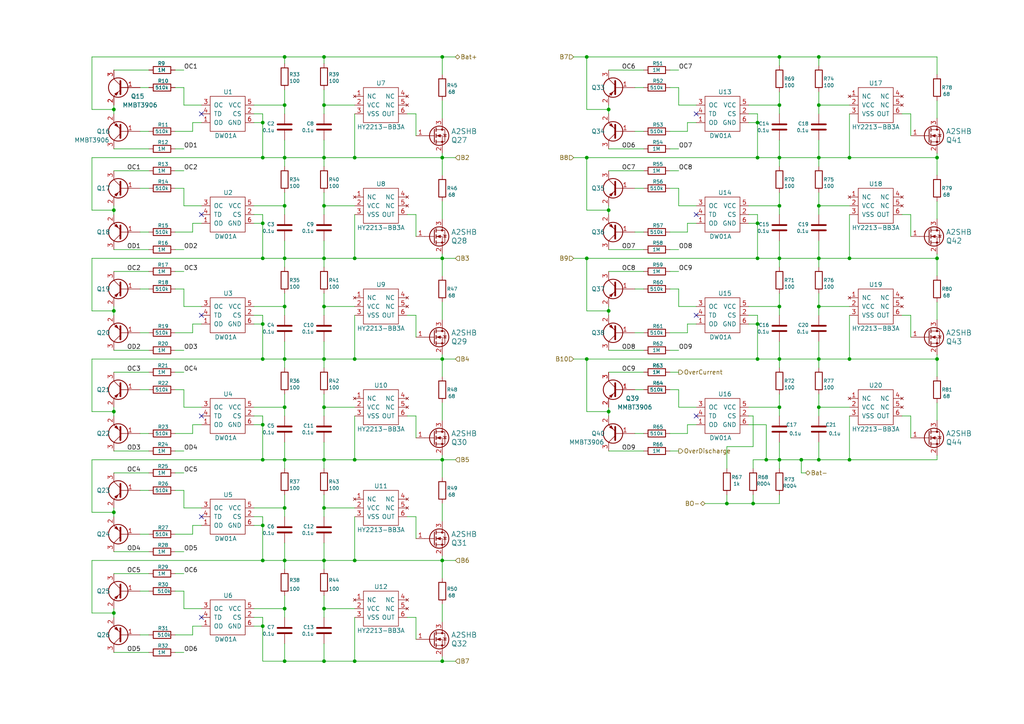
<source format=kicad_sch>
(kicad_sch (version 20230121) (generator eeschema)
  (paper "A4")
  (lib_symbols
    (symbol "Device:C" (pin_numbers hide) (pin_names (offset 0.254))
      (property "Reference" "C" (at 0.635 2.54 0))
      (property "Value" "C" (at 0.635 -2.54 0))
      (symbol "C_1_1"
        (pin passive line (at 0 3.81 270) (length 2.794) (name "~") (number "1"))
        (pin passive line (at 0 -3.81 90) (length 2.794) (name "~") (number "2"))
      )
    )
    (symbol "Device:Q_NMOS_GSD" (pin_names (offset 0) hide)
      (property "Reference" "Q" (at 5.08 1.27 0))
      (property "Value" "Q_NMOS_GSD" (at 5.08 -1.27 0))
      (symbol "Q_NMOS_GSD_1_1"
        (pin input line (at -5.08 0 0) (length 2.54) (name "G") (number "1"))
        (pin passive line (at 2.54 -5.08 90) (length 2.54) (name "S") (number "2"))
        (pin passive line (at 2.54 5.08 270) (length 2.54) (name "D") (number "3"))
      )
    )
    (symbol "Device:Q_PNP_BEC" (pin_names (offset 0) hide)
      (property "Reference" "Q" (at 5.08 1.27 0))
      (property "Value" "Q_PNP_BEC" (at 5.08 -1.27 0))
      (symbol "Q_PNP_BEC_1_1"
        (pin input line (at -5.08 0 0) (length 5.715) (name "B") (number "1"))
        (pin passive line (at 2.54 -5.08 90) (length 2.54) (name "E") (number "2"))
        (pin passive line (at 2.54 5.08 270) (length 2.54) (name "C") (number "3"))
      )
    )
    (symbol "Device:R" (pin_numbers hide) (pin_names (offset 0))
      (property "Reference" "R" (at 2.032 0 90))
      (property "Value" "R" (at 0 0 90))
      (symbol "R_1_1"
        (pin passive line (at 0 3.81 270) (length 1.27) (name "~") (number "1"))
        (pin passive line (at 0 -3.81 90) (length 1.27) (name "~") (number "2"))
      )
    )
    (symbol "bms:DW01" (pin_names (offset 1.016))
      (property "Reference" "U" (at 0 0 0))
      (property "Value" "DW01" (at 0 0 0))
      (symbol "DW01_1_1"
        (pin output line (at -7.62 5.08 0) (length 2.54) (name "OD") (number "1"))
        (pin input line (at 7.62 7.62 180) (length 2.54) (name "CS") (number "2"))
        (pin output line (at -7.62 10.16 0) (length 2.54) (name "OC") (number "3"))
        (pin input line (at -7.62 7.62 0) (length 2.54) (name "TD") (number "4"))
        (pin power_in line (at 7.62 10.16 180) (length 2.54) (name "VCC") (number "5"))
        (pin power_in line (at 7.62 5.08 180) (length 2.54) (name "GND") (number "6"))
      )
    )
    (symbol "bms:HY2213-xxxA" (pin_names (offset 1.016))
      (property "Reference" "U" (at 0 0 0))
      (property "Value" "HY2213-xxxA" (at 0 0 0))
      (symbol "HY2213-xxxA_1_1"
        (pin no_connect line (at -7.62 10.16 0) (length 2.54) (name "NC") (number "1"))
        (pin power_in line (at -7.62 7.62 0) (length 2.54) (name "VCC") (number "2"))
        (pin power_in line (at -7.62 5.08 0) (length 2.54) (name "VSS") (number "3"))
        (pin no_connect line (at 7.62 10.16 180) (length 2.54) (name "NC") (number "4"))
        (pin no_connect line (at 7.62 7.62 180) (length 2.54) (name "NC") (number "5"))
        (pin output line (at 7.62 5.08 180) (length 2.54) (name "OUT") (number "6"))
      )
    )
  )
  (junction (at 226.06 59.69))
  (junction (at 76.2 74.93))
  (junction (at 82.55 191.77))
  (junction (at 226.06 30.48))
  (junction (at 102.87 104.14))
  (junction (at 82.55 176.53))
  (junction (at 82.55 88.9))
  (junction (at 102.87 74.93))
  (junction (at 219.71 64.77))
  (junction (at 102.87 191.77))
  (junction (at 219.71 74.93))
  (junction (at 33.02 90.17))
  (junction (at 232.41 133.35))
  (junction (at 93.98 74.93))
  (junction (at 237.49 133.35))
  (junction (at 128.27 16.51))
  (junction (at 210.82 146.05))
  (junction (at 218.44 146.05))
  (junction (at 33.02 119.38))
  (junction (at 76.2 162.56))
  (junction (at 271.78 74.93))
  (junction (at 237.49 104.14))
  (junction (at 176.53 60.96))
  (junction (at 33.02 177.8))
  (junction (at 226.06 104.14))
  (junction (at 226.06 133.35))
  (junction (at 219.71 93.98))
  (junction (at 82.55 59.69))
  (junction (at 102.87 162.56))
  (junction (at 271.78 45.72))
  (junction (at 93.98 191.77))
  (junction (at 93.98 147.32))
  (junction (at 176.53 90.17))
  (junction (at 82.55 16.51))
  (junction (at 93.98 16.51))
  (junction (at 176.53 31.75))
  (junction (at 128.27 162.56))
  (junction (at 76.2 35.56))
  (junction (at 226.06 118.11))
  (junction (at 82.55 162.56))
  (junction (at 82.55 104.14))
  (junction (at 219.71 104.14))
  (junction (at 33.02 31.75))
  (junction (at 237.49 88.9))
  (junction (at 176.53 119.38))
  (junction (at 170.18 16.51))
  (junction (at 33.02 60.96))
  (junction (at 222.25 133.35))
  (junction (at 82.55 133.35))
  (junction (at 128.27 74.93))
  (junction (at 76.2 152.4))
  (junction (at 93.98 104.14))
  (junction (at 76.2 93.98))
  (junction (at 246.38 74.93))
  (junction (at 271.78 104.14))
  (junction (at 226.06 45.72))
  (junction (at 219.71 35.56))
  (junction (at 237.49 118.11))
  (junction (at 226.06 16.51))
  (junction (at 82.55 30.48))
  (junction (at 82.55 45.72))
  (junction (at 226.06 74.93))
  (junction (at 76.2 104.14))
  (junction (at 246.38 104.14))
  (junction (at 93.98 118.11))
  (junction (at 237.49 45.72))
  (junction (at 93.98 133.35))
  (junction (at 76.2 64.77))
  (junction (at 246.38 133.35))
  (junction (at 226.06 88.9))
  (junction (at 128.27 191.77))
  (junction (at 93.98 176.53))
  (junction (at 76.2 133.35))
  (junction (at 82.55 118.11))
  (junction (at 93.98 30.48))
  (junction (at 128.27 133.35))
  (junction (at 93.98 45.72))
  (junction (at 102.87 133.35))
  (junction (at 93.98 88.9))
  (junction (at 82.55 74.93))
  (junction (at 237.49 30.48))
  (junction (at 102.87 45.72))
  (junction (at 93.98 59.69))
  (junction (at 76.2 45.72))
  (junction (at 219.71 45.72))
  (junction (at 170.18 45.72))
  (junction (at 93.98 162.56))
  (junction (at 76.2 123.19))
  (junction (at 82.55 147.32))
  (junction (at 170.18 104.14))
  (junction (at 33.02 148.59))
  (junction (at 237.49 16.51))
  (junction (at 128.27 104.14))
  (junction (at 76.2 181.61))
  (junction (at 237.49 74.93))
  (junction (at 246.38 45.72))
  (junction (at 128.27 45.72))
  (junction (at 237.49 59.69))
  (junction (at 170.18 74.93))
  (no_connect (at 58.42 62.23))
  (no_connect (at 201.93 120.65))
  (no_connect (at 58.42 91.44))
  (no_connect (at 58.42 149.86))
  (no_connect (at 58.42 179.07))
  (no_connect (at 201.93 62.23))
  (no_connect (at 201.93 33.02))
  (no_connect (at 58.42 120.65))
  (no_connect (at 201.93 91.44))
  (no_connect (at 58.42 33.02))
  (wire (pts (xy 93.98 55.88) (xy 93.98 59.69)))
  (wire (pts (xy 194.31 20.32) (xy 196.85 20.32)))
  (wire (pts (xy 194.31 25.4) (xy 196.85 25.4)))
  (wire (pts (xy 93.98 114.3) (xy 93.98 118.11)))
  (wire (pts (xy 58.42 35.56) (xy 55.88 35.56)))
  (wire (pts (xy 201.93 93.98) (xy 199.39 93.98)))
  (wire (pts (xy 82.55 48.26) (xy 82.55 45.72)))
  (wire (pts (xy 264.16 39.37) (xy 264.16 33.02)))
  (wire (pts (xy 53.34 54.61) (xy 50.8 54.61)))
  (wire (pts (xy 33.02 90.17) (xy 33.02 88.9)))
  (wire (pts (xy 102.87 191.77) (xy 93.98 191.77)))
  (wire (pts (xy 73.66 59.69) (xy 82.55 59.69)))
  (wire (pts (xy 76.2 35.56) (xy 76.2 45.72)))
  (wire (pts (xy 226.06 133.35) (xy 232.41 133.35)))
  (wire (pts (xy 237.49 30.48) (xy 246.38 30.48)))
  (wire (pts (xy 128.27 102.87) (xy 128.27 104.14)))
  (wire (pts (xy 237.49 16.51) (xy 237.49 19.05)))
  (wire (pts (xy 199.39 64.77) (xy 199.39 67.31)))
  (wire (pts (xy 26.67 104.14) (xy 26.67 119.38)))
  (wire (pts (xy 50.8 107.95) (xy 53.34 107.95)))
  (wire (pts (xy 237.49 55.88) (xy 237.49 59.69)))
  (wire (pts (xy 128.27 191.77) (xy 102.87 191.77)))
  (wire (pts (xy 271.78 16.51) (xy 271.78 21.59)))
  (wire (pts (xy 58.42 123.19) (xy 55.88 123.19)))
  (wire (pts (xy 226.06 88.9) (xy 226.06 91.44)))
  (wire (pts (xy 82.55 30.48) (xy 82.55 33.02)))
  (wire (pts (xy 50.8 25.4) (xy 53.34 25.4)))
  (wire (pts (xy 218.44 133.35) (xy 218.44 135.89)))
  (wire (pts (xy 166.37 104.14) (xy 170.18 104.14)))
  (wire (pts (xy 194.31 72.39) (xy 196.85 72.39)))
  (wire (pts (xy 217.17 118.11) (xy 226.06 118.11)))
  (wire (pts (xy 194.31 43.18) (xy 196.85 43.18)))
  (wire (pts (xy 93.98 104.14) (xy 82.55 104.14)))
  (wire (pts (xy 53.34 25.4) (xy 53.34 30.48)))
  (wire (pts (xy 170.18 90.17) (xy 176.53 90.17)))
  (wire (pts (xy 58.42 152.4) (xy 55.88 152.4)))
  (wire (pts (xy 264.16 91.44) (xy 261.62 91.44)))
  (wire (pts (xy 194.31 96.52) (xy 199.39 96.52)))
  (wire (pts (xy 176.53 60.96) (xy 176.53 62.23)))
  (wire (pts (xy 50.8 189.23) (xy 53.34 189.23)))
  (wire (pts (xy 82.55 16.51) (xy 93.98 16.51)))
  (wire (pts (xy 33.02 177.8) (xy 33.02 179.07)))
  (wire (pts (xy 120.65 68.58) (xy 120.65 62.23)))
  (wire (pts (xy 82.55 143.51) (xy 82.55 147.32)))
  (wire (pts (xy 93.98 30.48) (xy 93.98 33.02)))
  (wire (pts (xy 73.66 147.32) (xy 82.55 147.32)))
  (wire (pts (xy 58.42 64.77) (xy 55.88 64.77)))
  (wire (pts (xy 120.65 120.65) (xy 118.11 120.65)))
  (wire (pts (xy 93.98 191.77) (xy 82.55 191.77)))
  (wire (pts (xy 93.98 99.06) (xy 93.98 104.14)))
  (wire (pts (xy 176.53 107.95) (xy 186.69 107.95)))
  (wire (pts (xy 210.82 143.51) (xy 210.82 146.05)))
  (wire (pts (xy 226.06 99.06) (xy 226.06 104.14)))
  (wire (pts (xy 40.64 154.94) (xy 43.18 154.94)))
  (wire (pts (xy 53.34 171.45) (xy 53.34 176.53)))
  (wire (pts (xy 226.06 30.48) (xy 226.06 33.02)))
  (wire (pts (xy 196.85 54.61) (xy 196.85 59.69)))
  (wire (pts (xy 226.06 118.11) (xy 226.06 120.65)))
  (wire (pts (xy 237.49 59.69) (xy 246.38 59.69)))
  (wire (pts (xy 204.47 146.05) (xy 210.82 146.05)))
  (wire (pts (xy 128.27 190.5) (xy 128.27 191.77)))
  (wire (pts (xy 33.02 119.38) (xy 33.02 120.65)))
  (wire (pts (xy 271.78 58.42) (xy 271.78 63.5)))
  (wire (pts (xy 93.98 74.93) (xy 93.98 77.47)))
  (wire (pts (xy 82.55 176.53) (xy 82.55 179.07)))
  (wire (pts (xy 217.17 35.56) (xy 219.71 35.56)))
  (wire (pts (xy 226.06 143.51) (xy 226.06 146.05)))
  (wire (pts (xy 218.44 120.65) (xy 218.44 129.54)))
  (wire (pts (xy 40.64 96.52) (xy 43.18 96.52)))
  (wire (pts (xy 199.39 35.56) (xy 199.39 38.1)))
  (wire (pts (xy 128.27 74.93) (xy 128.27 80.01)))
  (wire (pts (xy 93.98 157.48) (xy 93.98 162.56)))
  (wire (pts (xy 237.49 30.48) (xy 237.49 33.02)))
  (wire (pts (xy 196.85 113.03) (xy 194.31 113.03)))
  (wire (pts (xy 76.2 64.77) (xy 76.2 74.93)))
  (wire (pts (xy 76.2 149.86) (xy 76.2 152.4)))
  (wire (pts (xy 271.78 74.93) (xy 246.38 74.93)))
  (wire (pts (xy 102.87 162.56) (xy 93.98 162.56)))
  (wire (pts (xy 237.49 128.27) (xy 237.49 133.35)))
  (wire (pts (xy 176.53 119.38) (xy 176.53 118.11)))
  (wire (pts (xy 222.25 123.19) (xy 222.25 133.35)))
  (wire (pts (xy 219.71 64.77) (xy 219.71 74.93)))
  (wire (pts (xy 33.02 90.17) (xy 33.02 91.44)))
  (wire (pts (xy 50.8 101.6) (xy 53.34 101.6)))
  (wire (pts (xy 82.55 165.1) (xy 82.55 162.56)))
  (wire (pts (xy 93.98 40.64) (xy 93.98 45.72)))
  (wire (pts (xy 196.85 25.4) (xy 196.85 30.48)))
  (wire (pts (xy 55.88 93.98) (xy 55.88 96.52)))
  (wire (pts (xy 128.27 29.21) (xy 128.27 34.29)))
  (wire (pts (xy 76.2 33.02) (xy 76.2 35.56)))
  (wire (pts (xy 50.8 43.18) (xy 53.34 43.18)))
  (wire (pts (xy 26.67 119.38) (xy 33.02 119.38)))
  (wire (pts (xy 50.8 166.37) (xy 53.34 166.37)))
  (wire (pts (xy 53.34 88.9) (xy 58.42 88.9)))
  (wire (pts (xy 82.55 157.48) (xy 82.55 162.56)))
  (wire (pts (xy 82.55 147.32) (xy 82.55 149.86)))
  (wire (pts (xy 43.18 67.31) (xy 40.64 67.31)))
  (wire (pts (xy 264.16 68.58) (xy 264.16 62.23)))
  (wire (pts (xy 237.49 74.93) (xy 237.49 77.47)))
  (wire (pts (xy 93.98 186.69) (xy 93.98 191.77)))
  (wire (pts (xy 33.02 78.74) (xy 43.18 78.74)))
  (wire (pts (xy 26.67 162.56) (xy 26.67 177.8)))
  (wire (pts (xy 184.15 54.61) (xy 186.69 54.61)))
  (wire (pts (xy 93.98 59.69) (xy 93.98 62.23)))
  (wire (pts (xy 26.67 133.35) (xy 76.2 133.35)))
  (wire (pts (xy 271.78 73.66) (xy 271.78 74.93)))
  (wire (pts (xy 128.27 104.14) (xy 128.27 109.22)))
  (wire (pts (xy 219.71 62.23) (xy 219.71 64.77)))
  (wire (pts (xy 271.78 116.84) (xy 271.78 121.92)))
  (wire (pts (xy 194.31 125.73) (xy 199.39 125.73)))
  (wire (pts (xy 93.98 88.9) (xy 102.87 88.9)))
  (wire (pts (xy 128.27 58.42) (xy 128.27 63.5)))
  (wire (pts (xy 82.55 55.88) (xy 82.55 59.69)))
  (wire (pts (xy 237.49 106.68) (xy 237.49 104.14)))
  (wire (pts (xy 73.66 62.23) (xy 76.2 62.23)))
  (wire (pts (xy 264.16 120.65) (xy 261.62 120.65)))
  (wire (pts (xy 76.2 133.35) (xy 82.55 133.35)))
  (wire (pts (xy 246.38 33.02) (xy 246.38 45.72)))
  (wire (pts (xy 26.67 162.56) (xy 76.2 162.56)))
  (wire (pts (xy 170.18 74.93) (xy 219.71 74.93)))
  (wire (pts (xy 246.38 133.35) (xy 237.49 133.35)))
  (wire (pts (xy 237.49 16.51) (xy 271.78 16.51)))
  (wire (pts (xy 271.78 74.93) (xy 271.78 80.01)))
  (wire (pts (xy 93.98 106.68) (xy 93.98 104.14)))
  (wire (pts (xy 194.31 83.82) (xy 196.85 83.82)))
  (wire (pts (xy 50.8 78.74) (xy 53.34 78.74)))
  (wire (pts (xy 271.78 133.35) (xy 246.38 133.35)))
  (wire (pts (xy 82.55 16.51) (xy 82.55 18.415)))
  (wire (pts (xy 53.34 30.48) (xy 58.42 30.48)))
  (wire (pts (xy 176.53 20.32) (xy 186.69 20.32)))
  (wire (pts (xy 50.8 20.32) (xy 53.34 20.32)))
  (wire (pts (xy 176.53 90.17) (xy 176.53 91.44)))
  (wire (pts (xy 237.49 69.85) (xy 237.49 74.93)))
  (wire (pts (xy 82.55 99.06) (xy 82.55 104.14)))
  (wire (pts (xy 50.8 83.82) (xy 53.34 83.82)))
  (wire (pts (xy 271.78 87.63) (xy 271.78 92.71)))
  (wire (pts (xy 76.2 104.14) (xy 82.55 104.14)))
  (wire (pts (xy 40.64 113.03) (xy 43.18 113.03)))
  (wire (pts (xy 176.53 60.96) (xy 176.53 59.69)))
  (wire (pts (xy 219.71 93.98) (xy 219.71 104.14)))
  (wire (pts (xy 26.67 104.14) (xy 76.2 104.14)))
  (wire (pts (xy 102.87 133.35) (xy 93.98 133.35)))
  (wire (pts (xy 93.98 143.51) (xy 93.98 147.32)))
  (wire (pts (xy 264.16 127) (xy 264.16 120.65)))
  (wire (pts (xy 246.38 104.14) (xy 237.49 104.14)))
  (wire (pts (xy 128.27 104.14) (xy 102.87 104.14)))
  (wire (pts (xy 226.06 106.68) (xy 226.06 104.14)))
  (wire (pts (xy 194.31 38.1) (xy 199.39 38.1)))
  (wire (pts (xy 33.02 49.53) (xy 43.18 49.53)))
  (wire (pts (xy 53.34 54.61) (xy 53.34 59.69)))
  (wire (pts (xy 246.38 74.93) (xy 246.38 62.23)))
  (wire (pts (xy 226.06 85.09) (xy 226.06 88.9)))
  (wire (pts (xy 176.53 43.18) (xy 186.69 43.18)))
  (wire (pts (xy 93.98 147.32) (xy 93.98 149.86)))
  (wire (pts (xy 176.53 31.75) (xy 176.53 30.48)))
  (wire (pts (xy 271.78 104.14) (xy 271.78 109.22)))
  (wire (pts (xy 93.98 26.035) (xy 93.98 30.48)))
  (wire (pts (xy 55.88 181.61) (xy 55.88 184.15)))
  (wire (pts (xy 186.69 96.52) (xy 184.15 96.52)))
  (wire (pts (xy 93.98 162.56) (xy 82.55 162.56)))
  (wire (pts (xy 50.8 49.53) (xy 53.34 49.53)))
  (wire (pts (xy 26.67 31.75) (xy 33.02 31.75)))
  (wire (pts (xy 73.66 35.56) (xy 76.2 35.56)))
  (wire (pts (xy 93.98 16.51) (xy 128.27 16.51)))
  (wire (pts (xy 170.18 74.93) (xy 170.18 90.17)))
  (wire (pts (xy 76.2 123.19) (xy 76.2 133.35)))
  (wire (pts (xy 33.02 160.02) (xy 43.18 160.02)))
  (wire (pts (xy 26.67 45.72) (xy 26.67 60.96)))
  (wire (pts (xy 40.64 83.82) (xy 43.18 83.82)))
  (wire (pts (xy 55.88 123.19) (xy 55.88 125.73)))
  (wire (pts (xy 73.66 149.86) (xy 76.2 149.86)))
  (wire (pts (xy 128.27 133.35) (xy 102.87 133.35)))
  (wire (pts (xy 232.41 137.16) (xy 233.68 137.16)))
  (wire (pts (xy 55.88 64.77) (xy 55.88 67.31)))
  (wire (pts (xy 128.27 132.08) (xy 128.27 133.35)))
  (wire (pts (xy 102.87 104.14) (xy 93.98 104.14)))
  (wire (pts (xy 166.37 16.51) (xy 170.18 16.51)))
  (wire (pts (xy 170.18 16.51) (xy 170.18 31.75)))
  (wire (pts (xy 73.66 88.9) (xy 82.55 88.9)))
  (wire (pts (xy 210.82 129.54) (xy 210.82 135.89)))
  (wire (pts (xy 82.55 191.77) (xy 76.2 191.77)))
  (wire (pts (xy 271.78 44.45) (xy 271.78 45.72)))
  (wire (pts (xy 26.67 16.51) (xy 82.55 16.51)))
  (wire (pts (xy 218.44 146.05) (xy 226.06 146.05)))
  (wire (pts (xy 237.49 48.26) (xy 237.49 45.72)))
  (wire (pts (xy 50.8 113.03) (xy 53.34 113.03)))
  (wire (pts (xy 120.65 179.07) (xy 118.11 179.07)))
  (wire (pts (xy 93.98 118.11) (xy 102.87 118.11)))
  (wire (pts (xy 237.49 45.72) (xy 226.06 45.72)))
  (wire (pts (xy 128.27 16.51) (xy 132.08 16.51)))
  (wire (pts (xy 33.02 148.59) (xy 33.02 147.32)))
  (wire (pts (xy 93.98 30.48) (xy 102.87 30.48)))
  (wire (pts (xy 55.88 35.56) (xy 55.88 38.1)))
  (wire (pts (xy 128.27 74.93) (xy 132.08 74.93)))
  (wire (pts (xy 237.49 114.3) (xy 237.49 118.11)))
  (wire (pts (xy 184.15 125.73) (xy 186.69 125.73)))
  (wire (pts (xy 53.34 59.69) (xy 58.42 59.69)))
  (wire (pts (xy 33.02 107.95) (xy 43.18 107.95)))
  (wire (pts (xy 40.64 125.73) (xy 43.18 125.73)))
  (wire (pts (xy 196.85 78.74) (xy 194.31 78.74)))
  (wire (pts (xy 26.67 133.35) (xy 26.67 148.59)))
  (wire (pts (xy 50.8 67.31) (xy 55.88 67.31)))
  (wire (pts (xy 226.06 16.51) (xy 237.49 16.51)))
  (wire (pts (xy 170.18 45.72) (xy 170.18 60.96)))
  (wire (pts (xy 50.8 72.39) (xy 53.34 72.39)))
  (wire (pts (xy 76.2 45.72) (xy 82.55 45.72)))
  (wire (pts (xy 26.67 74.93) (xy 76.2 74.93)))
  (wire (pts (xy 237.49 85.09) (xy 237.49 88.9)))
  (wire (pts (xy 128.27 162.56) (xy 128.27 167.64)))
  (wire (pts (xy 217.17 88.9) (xy 226.06 88.9)))
  (wire (pts (xy 33.02 31.75) (xy 33.02 30.48)))
  (wire (pts (xy 102.87 133.35) (xy 102.87 120.65)))
  (wire (pts (xy 222.25 133.35) (xy 218.44 133.35)))
  (wire (pts (xy 226.06 77.47) (xy 226.06 74.93)))
  (wire (pts (xy 128.27 45.72) (xy 132.08 45.72)))
  (wire (pts (xy 219.71 33.02) (xy 219.71 35.56)))
  (wire (pts (xy 226.06 40.64) (xy 226.06 45.72)))
  (wire (pts (xy 210.82 146.05) (xy 218.44 146.05)))
  (wire (pts (xy 26.67 60.96) (xy 33.02 60.96)))
  (wire (pts (xy 33.02 166.37) (xy 43.18 166.37)))
  (wire (pts (xy 73.66 93.98) (xy 76.2 93.98)))
  (wire (pts (xy 50.8 96.52) (xy 55.88 96.52)))
  (wire (pts (xy 73.66 64.77) (xy 76.2 64.77)))
  (wire (pts (xy 128.27 133.35) (xy 128.27 138.43)))
  (wire (pts (xy 170.18 104.14) (xy 219.71 104.14)))
  (wire (pts (xy 128.27 45.72) (xy 102.87 45.72)))
  (wire (pts (xy 226.06 19.05) (xy 226.06 16.51)))
  (wire (pts (xy 93.98 165.1) (xy 93.98 162.56)))
  (wire (pts (xy 82.55 40.64) (xy 82.55 45.72)))
  (wire (pts (xy 93.98 85.09) (xy 93.98 88.9)))
  (wire (pts (xy 226.06 133.35) (xy 226.06 135.89)))
  (wire (pts (xy 33.02 60.96) (xy 33.02 62.23)))
  (wire (pts (xy 50.8 38.1) (xy 55.88 38.1)))
  (wire (pts (xy 128.27 87.63) (xy 128.27 92.71)))
  (wire (pts (xy 73.66 120.65) (xy 76.2 120.65)))
  (wire (pts (xy 33.02 72.39) (xy 43.18 72.39)))
  (wire (pts (xy 120.65 127) (xy 120.65 120.65)))
  (wire (pts (xy 50.8 171.45) (xy 53.34 171.45)))
  (wire (pts (xy 128.27 191.77) (xy 132.08 191.77)))
  (wire (pts (xy 176.53 119.38) (xy 176.53 120.65)))
  (wire (pts (xy 196.85 30.48) (xy 201.93 30.48)))
  (wire (pts (xy 176.53 90.17) (xy 176.53 88.9)))
  (wire (pts (xy 50.8 160.02) (xy 53.34 160.02)))
  (wire (pts (xy 73.66 123.19) (xy 76.2 123.19)))
  (wire (pts (xy 219.71 91.44) (xy 219.71 93.98)))
  (wire (pts (xy 194.31 130.81) (xy 196.85 130.81)))
  (wire (pts (xy 128.27 104.14) (xy 132.08 104.14)))
  (wire (pts (xy 176.53 78.74) (xy 186.69 78.74)))
  (wire (pts (xy 219.71 74.93) (xy 226.06 74.93)))
  (wire (pts (xy 271.78 132.08) (xy 271.78 133.35)))
  (wire (pts (xy 128.27 45.72) (xy 128.27 50.8)))
  (wire (pts (xy 196.85 88.9) (xy 201.93 88.9)))
  (wire (pts (xy 128.27 175.26) (xy 128.27 180.34)))
  (wire (pts (xy 82.55 69.85) (xy 82.55 74.93)))
  (wire (pts (xy 93.98 118.11) (xy 93.98 120.65)))
  (wire (pts (xy 102.87 74.93) (xy 93.98 74.93)))
  (wire (pts (xy 271.78 102.87) (xy 271.78 104.14)))
  (wire (pts (xy 128.27 74.93) (xy 102.87 74.93)))
  (wire (pts (xy 226.06 114.3) (xy 226.06 118.11)))
  (wire (pts (xy 93.98 45.72) (xy 82.55 45.72)))
  (wire (pts (xy 120.65 39.37) (xy 120.65 33.02)))
  (wire (pts (xy 226.06 45.72) (xy 226.06 48.26)))
  (wire (pts (xy 102.87 45.72) (xy 102.87 33.02)))
  (wire (pts (xy 237.49 26.67) (xy 237.49 30.48)))
  (wire (pts (xy 50.8 142.24) (xy 53.34 142.24)))
  (wire (pts (xy 53.34 118.11) (xy 58.42 118.11)))
  (wire (pts (xy 246.38 133.35) (xy 246.38 120.65)))
  (wire (pts (xy 186.69 38.1) (xy 184.15 38.1)))
  (wire (pts (xy 33.02 137.16) (xy 43.18 137.16)))
  (wire (pts (xy 33.02 130.81) (xy 43.18 130.81)))
  (wire (pts (xy 264.16 33.02) (xy 261.62 33.02)))
  (wire (pts (xy 73.66 91.44) (xy 76.2 91.44)))
  (wire (pts (xy 33.02 177.8) (xy 33.02 176.53)))
  (wire (pts (xy 33.02 31.75) (xy 33.02 33.02)))
  (wire (pts (xy 93.98 45.72) (xy 93.98 48.26)))
  (wire (pts (xy 58.42 93.98) (xy 55.88 93.98)))
  (wire (pts (xy 128.27 162.56) (xy 102.87 162.56)))
  (wire (pts (xy 120.65 33.02) (xy 118.11 33.02)))
  (wire (pts (xy 237.49 88.9) (xy 237.49 91.44)))
  (wire (pts (xy 33.02 148.59) (xy 33.02 149.86)))
  (wire (pts (xy 26.67 148.59) (xy 33.02 148.59)))
  (wire (pts (xy 82.55 118.11) (xy 82.55 120.65)))
  (wire (pts (xy 194.31 54.61) (xy 196.85 54.61)))
  (wire (pts (xy 82.55 85.09) (xy 82.55 88.9)))
  (wire (pts (xy 199.39 123.19) (xy 199.39 125.73)))
  (wire (pts (xy 73.66 152.4) (xy 76.2 152.4)))
  (wire (pts (xy 246.38 74.93) (xy 237.49 74.93)))
  (wire (pts (xy 82.55 59.69) (xy 82.55 62.23)))
  (wire (pts (xy 219.71 35.56) (xy 219.71 45.72)))
  (wire (pts (xy 93.98 133.35) (xy 82.55 133.35)))
  (wire (pts (xy 40.64 38.1) (xy 43.18 38.1)))
  (wire (pts (xy 176.53 130.81) (xy 186.69 130.81)))
  (wire (pts (xy 184.15 25.4) (xy 186.69 25.4)))
  (wire (pts (xy 166.37 74.93) (xy 170.18 74.93)))
  (wire (pts (xy 43.18 54.61) (xy 40.64 54.61)))
  (wire (pts (xy 26.67 74.93) (xy 26.67 90.17)))
  (wire (pts (xy 93.98 128.27) (xy 93.98 133.35)))
  (wire (pts (xy 218.44 143.51) (xy 218.44 146.05)))
  (wire (pts (xy 222.25 133.35) (xy 226.06 133.35)))
  (wire (pts (xy 120.65 156.21) (xy 120.65 149.86)))
  (wire (pts (xy 53.34 147.32) (xy 58.42 147.32)))
  (wire (pts (xy 82.55 26.035) (xy 82.55 30.48)))
  (wire (pts (xy 271.78 45.72) (xy 271.78 50.8)))
  (wire (pts (xy 26.67 177.8) (xy 33.02 177.8)))
  (wire (pts (xy 73.66 181.61) (xy 76.2 181.61)))
  (wire (pts (xy 176.53 49.53) (xy 186.69 49.53)))
  (wire (pts (xy 76.2 74.93) (xy 82.55 74.93)))
  (wire (pts (xy 102.87 74.93) (xy 102.87 62.23)))
  (wire (pts (xy 218.44 129.54) (xy 210.82 129.54)))
  (wire (pts (xy 33.02 101.6) (xy 43.18 101.6)))
  (wire (pts (xy 53.34 113.03) (xy 53.34 118.11)))
  (wire (pts (xy 82.55 172.72) (xy 82.55 176.53)))
  (wire (pts (xy 93.98 172.72) (xy 93.98 176.53)))
  (wire (pts (xy 76.2 120.65) (xy 76.2 123.19)))
  (wire (pts (xy 93.98 74.93) (xy 82.55 74.93)))
  (wire (pts (xy 53.34 142.24) (xy 53.34 147.32)))
  (wire (pts (xy 201.93 123.19) (xy 199.39 123.19)))
  (wire (pts (xy 50.8 125.73) (xy 55.88 125.73)))
  (wire (pts (xy 40.64 25.4) (xy 43.18 25.4)))
  (wire (pts (xy 217.17 33.02) (xy 219.71 33.02)))
  (wire (pts (xy 196.85 83.82) (xy 196.85 88.9)))
  (wire (pts (xy 120.65 149.86) (xy 118.11 149.86)))
  (wire (pts (xy 184.15 67.31) (xy 186.69 67.31)))
  (wire (pts (xy 120.65 62.23) (xy 118.11 62.23)))
  (wire (pts (xy 33.02 189.23) (xy 43.18 189.23)))
  (wire (pts (xy 128.27 73.66) (xy 128.27 74.93)))
  (wire (pts (xy 237.49 133.35) (xy 232.41 133.35)))
  (wire (pts (xy 271.78 29.21) (xy 271.78 34.29)))
  (wire (pts (xy 26.67 45.72) (xy 76.2 45.72)))
  (wire (pts (xy 73.66 33.02) (xy 76.2 33.02)))
  (wire (pts (xy 217.17 120.65) (xy 218.44 120.65)))
  (wire (pts (xy 217.17 59.69) (xy 226.06 59.69)))
  (wire (pts (xy 217.17 62.23) (xy 219.71 62.23)))
  (wire (pts (xy 271.78 104.14) (xy 246.38 104.14)))
  (wire (pts (xy 194.31 107.95) (xy 196.85 107.95)))
  (wire (pts (xy 226.06 26.67) (xy 226.06 30.48)))
  (wire (pts (xy 176.53 31.75) (xy 176.53 33.02)))
  (wire (pts (xy 196.85 118.11) (xy 201.93 118.11)))
  (wire (pts (xy 93.98 135.89) (xy 93.98 133.35)))
  (wire (pts (xy 176.53 101.6) (xy 186.69 101.6)))
  (wire (pts (xy 58.42 181.61) (xy 55.88 181.61)))
  (wire (pts (xy 196.85 59.69) (xy 201.93 59.69)))
  (wire (pts (xy 176.53 72.39) (xy 186.69 72.39)))
  (wire (pts (xy 128.27 133.35) (xy 132.08 133.35)))
  (wire (pts (xy 82.55 106.68) (xy 82.55 104.14)))
  (wire (pts (xy 76.2 62.23) (xy 76.2 64.77)))
  (wire (pts (xy 53.34 176.53) (xy 58.42 176.53)))
  (wire (pts (xy 33.02 119.38) (xy 33.02 118.11)))
  (wire (pts (xy 33.02 43.18) (xy 43.18 43.18)))
  (wire (pts (xy 166.37 45.72) (xy 170.18 45.72)))
  (wire (pts (xy 82.55 186.69) (xy 82.55 191.77)))
  (wire (pts (xy 184.15 83.82) (xy 186.69 83.82)))
  (wire (pts (xy 237.49 118.11) (xy 246.38 118.11)))
  (wire (pts (xy 170.18 16.51) (xy 226.06 16.51)))
  (wire (pts (xy 226.06 128.27) (xy 226.06 133.35)))
  (wire (pts (xy 217.17 123.19) (xy 222.25 123.19)))
  (wire (pts (xy 55.88 152.4) (xy 55.88 154.94)))
  (wire (pts (xy 226.06 59.69) (xy 226.06 62.23)))
  (wire (pts (xy 50.8 130.81) (xy 53.34 130.81)))
  (wire (pts (xy 26.67 16.51) (xy 26.67 31.75)))
  (wire (pts (xy 120.65 91.44) (xy 118.11 91.44)))
  (wire (pts (xy 93.98 147.32) (xy 102.87 147.32)))
  (wire (pts (xy 53.34 83.82) (xy 53.34 88.9)))
  (wire (pts (xy 217.17 91.44) (xy 219.71 91.44)))
  (wire (pts (xy 40.64 171.45) (xy 43.18 171.45)))
  (wire (pts (xy 93.98 176.53) (xy 93.98 179.07)))
  (wire (pts (xy 170.18 104.14) (xy 170.18 119.38)))
  (wire (pts (xy 128.27 44.45) (xy 128.27 45.72)))
  (wire (pts (xy 120.65 97.79) (xy 120.65 91.44)))
  (wire (pts (xy 246.38 104.14) (xy 246.38 91.44)))
  (wire (pts (xy 93.98 176.53) (xy 102.87 176.53)))
  (wire (pts (xy 196.85 113.03) (xy 196.85 118.11)))
  (wire (pts (xy 219.71 45.72) (xy 226.06 45.72)))
  (wire (pts (xy 50.8 154.94) (xy 55.88 154.94)))
  (wire (pts (xy 82.55 88.9) (xy 82.55 91.44)))
  (wire (pts (xy 93.98 18.415) (xy 93.98 16.51)))
  (wire (pts (xy 82.55 114.3) (xy 82.55 118.11)))
  (wire (pts (xy 246.38 45.72) (xy 237.49 45.72)))
  (wire (pts (xy 184.15 113.03) (xy 186.69 113.03)))
  (wire (pts (xy 50.8 137.16) (xy 53.34 137.16)))
  (wire (pts (xy 217.17 30.48) (xy 226.06 30.48)))
  (wire (pts (xy 170.18 45.72) (xy 219.71 45.72)))
  (wire (pts (xy 82.55 128.27) (xy 82.55 133.35)))
  (wire (pts (xy 194.31 101.6) (xy 196.85 101.6)))
  (wire (pts (xy 217.17 64.77) (xy 219.71 64.77)))
  (wire (pts (xy 170.18 60.96) (xy 176.53 60.96)))
  (wire (pts (xy 93.98 59.69) (xy 102.87 59.69)))
  (wire (pts (xy 128.27 16.51) (xy 128.27 21.59)))
  (wire (pts (xy 237.49 99.06) (xy 237.49 104.14)))
  (wire (pts (xy 40.64 184.15) (xy 43.18 184.15)))
  (wire (pts (xy 128.27 116.84) (xy 128.27 121.92)))
  (wire (pts (xy 102.87 191.77) (xy 102.87 179.07)))
  (wire (pts (xy 76.2 179.07) (xy 76.2 181.61)))
  (wire (pts (xy 73.66 30.48) (xy 82.55 30.48)))
  (wire (pts (xy 226.06 69.85) (xy 226.06 74.93)))
  (wire (pts (xy 128.27 146.05) (xy 128.27 151.13)))
  (wire (pts (xy 73.66 179.07) (xy 76.2 179.07)))
  (wire (pts (xy 264.16 62.23) (xy 261.62 62.23)))
  (wire (pts (xy 237.49 59.69) (xy 237.49 62.23)))
  (wire (pts (xy 102.87 45.72) (xy 93.98 45.72)))
  (wire (pts (xy 170.18 119.38) (xy 176.53 119.38)))
  (wire (pts (xy 170.18 31.75) (xy 176.53 31.75)))
  (wire (pts (xy 226.06 55.88) (xy 226.06 59.69)))
  (wire (pts (xy 50.8 184.15) (xy 55.88 184.15)))
  (wire (pts (xy 226.06 104.14) (xy 219.71 104.14)))
  (wire (pts (xy 76.2 91.44) (xy 76.2 93.98)))
  (wire (pts (xy 194.31 49.53) (xy 196.85 49.53)))
  (wire (pts (xy 232.41 133.35) (xy 232.41 137.16)))
  (wire (pts (xy 237.49 88.9) (xy 246.38 88.9)))
  (wire (pts (xy 76.2 181.61) (xy 76.2 191.77)))
  (wire (pts (xy 271.78 45.72) (xy 246.38 45.72)))
  (wire (pts (xy 128.27 162.56) (xy 132.08 162.56)))
  (wire (pts (xy 73.66 118.11) (xy 82.55 118.11)))
  (wire (pts (xy 33.02 60.96) (xy 33.02 59.69)))
  (wire (pts (xy 40.64 142.24) (xy 43.18 142.24)))
  (wire (pts (xy 73.66 176.53) (xy 82.55 176.53)))
  (wire (pts (xy 237.49 74.93) (xy 226.06 74.93)))
  (wire (pts (xy 76.2 152.4) (xy 76.2 162.56)))
  (wire (pts (xy 199.39 93.98) (xy 199.39 96.52)))
  (wire (pts (xy 102.87 104.14) (xy 102.87 91.44)))
  (wire (pts (xy 76.2 93.98) (xy 76.2 104.14)))
  (wire (pts (xy 33.02 20.32) (xy 43.18 20.32)))
  (wire (pts (xy 26.67 90.17) (xy 33.02 90.17)))
  (wire (pts (xy 237.49 40.64) (xy 237.49 45.72)))
  (wire (pts (xy 237.49 104.14) (xy 226.06 104.14)))
  (wire (pts (xy 237.49 118.11) (xy 237.49 120.65)))
  (wire (pts (xy 217.17 93.98) (xy 219.71 93.98)))
  (wire (pts (xy 128.27 161.29) (xy 128.27 162.56)))
  (wire (pts (xy 93.98 88.9) (xy 93.98 91.44)))
  (wire (pts (xy 93.98 69.85) (xy 93.98 74.93)))
  (wire (pts (xy 264.16 97.79) (xy 264.16 91.44)))
  (wire (pts (xy 120.65 185.42) (xy 120.65 179.07)))
  (wire (pts (xy 201.93 64.77) (xy 199.39 64.77)))
  (wire (pts (xy 82.55 162.56) (xy 76.2 162.56)))
  (wire (pts (xy 82.55 135.89) (xy 82.55 133.35)))
  (wire (pts (xy 194.31 67.31) (xy 199.39 67.31)))
  (wire (pts (xy 201.93 35.56) (xy 199.39 35.56)))
  (wire (pts (xy 82.55 77.47) (xy 82.55 74.93)))
  (wire (pts (xy 102.87 162.56) (xy 102.87 149.86)))
  (label "OC4" (at 36.83 137.16 0))
  (label "OC6" (at 53.34 166.37 0))
  (label "OD4" (at 36.83 160.02 0))
  (label "OD3" (at 36.83 130.81 0))
  (label "OC8" (at 180.34 78.74 0))
  (label "OC6" (at 180.34 20.32 0))
  (label "OC3" (at 53.34 78.74 0))
  (label "OC8" (at 196.85 49.53 0))
  (label "OD9" (at 180.34 130.81 0))
  (label "OC1" (at 36.83 49.53 0))
  (label "OC2" (at 53.34 49.53 0))
  (label "OD4" (at 53.34 130.81 0))
  (label "OC2" (at 36.83 78.74 0))
  (label "OC7" (at 180.34 49.53 0))
  (label "OC1" (at 53.34 20.32 0))
  (label "OD3" (at 53.34 101.6 0))
  (label "OC4" (at 53.34 107.95 0))
  (label "OD2" (at 36.83 101.6 0))
  (label "OD2" (at 53.34 72.39 0))
  (label "OD7" (at 196.85 43.18 0))
  (label "OD6" (at 53.34 189.23 0))
  (label "OC9" (at 180.34 107.95 0))
  (label "OD1" (at 36.83 72.39 0))
  (label "OD7" (at 180.34 72.39 0))
  (label "OC3" (at 36.83 107.95 0))
  (label "OD1" (at 53.34 43.18 0))
  (label "OC5" (at 36.83 166.37 0))
  (label "OC9" (at 196.85 78.74 0))
  (label "OC5" (at 53.34 137.16 0))
  (label "OD5" (at 53.34 160.02 0))
  (label "OD5" (at 36.83 189.23 0))
  (label "OD8" (at 180.34 101.6 0))
  (label "OD6" (at 180.34 43.18 0))
  (label "OD8" (at 196.85 72.39 0))
  (label "OD9" (at 196.85 101.6 0))
  (label "OC7" (at 196.85 20.32 0))
  (hierarchical_label "B10" (shape input) (at 166.37 104.14 180))
  (hierarchical_label "B8" (shape input) (at 166.37 45.72 180))
  (hierarchical_label "B7" (shape input) (at 166.37 16.51 180))
  (hierarchical_label "B3" (shape input) (at 132.08 74.93 0))
  (hierarchical_label "OverCurrent" (shape output) (at 196.85 107.95 0))
  (hierarchical_label "B2" (shape input) (at 132.08 45.72 0))
  (hierarchical_label "B5" (shape input) (at 132.08 133.35 0))
  (hierarchical_label "Bat+" (shape bidirectional) (at 132.08 16.51 0))
  (hierarchical_label "B4" (shape input) (at 132.08 104.14 0))
  (hierarchical_label "OverDischarge" (shape output) (at 196.85 130.81 0))
  (hierarchical_label "B9" (shape input) (at 166.37 74.93 180))
  (hierarchical_label "Bat-" (shape bidirectional) (at 233.68 137.16 0))
  (hierarchical_label "BO-" (shape bidirectional) (at 204.47 146.05 180))
  (hierarchical_label "B7" (shape input) (at 132.08 191.77 0))
  (hierarchical_label "B6" (shape input) (at 132.08 162.56 0))
  (symbol (lib_id "bms:DW01") (at 66.04 40.64 0) (unit 1)
    (property "Reference" "U1" (at 64.77 26.67 0) (effects (justify left)))
    (property "Value" "DW01A" (at 62.23 39.37 0) (effects (justify left)))
    (property "Footprint" "Package_TO_SOT_SMD:SOT-23-6" (effects hide))
    (instances (project "eboardx_bms" (path "" (reference "U1") (unit 1)) (path "" (reference "U?") (unit 1))))
  )
  (symbol (lib_id "Device:R") (at 93.98 22.225 0) (mirror y) (unit 1)
    (property "Reference" "R39" (at 98.425 21.59 0) (effects (font (size 1.016 1.016)) (justify left)))
    (property "Value" "100" (at 98.425 23.495 0) (effects (font (size 1.016 1.016)) (justify left)))
    (property "Footprint" "Resistor_SMD:R_0603_1608Metric" (effects hide))
    (property "Label" "101" (effects hide))
    (instances (project "eboardx_bms" (path "" (reference "R39") (unit 1)) (path "" (reference "R?") (unit 1))))
  )
  (symbol (lib_id "Device:C") (at 93.98 36.83 0) (mirror y) (unit 1)
    (property "Reference" "C8" (at 91.059 35.8648 0) (effects (font (size 1.016 1.016)) (justify left)))
    (property "Value" "0.1u" (at 91.059 37.7952 0) (effects (font (size 1.016 1.016)) (justify left)))
    (property "Footprint" "Capacitor_SMD:C_0603_1608Metric" (effects hide))
    (instances (project "eboardx_bms" (path "" (reference "C8") (unit 1)) (path "" (reference "C?") (unit 1))))
  )
  (symbol (lib_id "bms:HY2213-xxxA") (at 110.49 38.1 0) (unit 1)
    (property "Reference" "U7" (at 110.49 24.13 0))
    (property "Value" "HY2213-BB3A" (at 110.49 36.83 0))
    (property "Footprint" "Package_TO_SOT_SMD:SOT-23-6" (effects hide))
    (instances (project "eboardx_bms" (path "" (reference "U7") (unit 1)) (path "" (reference "U?") (unit 1))))
  )
  (symbol (lib_id "Device:Q_NMOS_GSD") (at 125.73 39.37 0) (unit 1)
    (property "Reference" "Q27" (at 130.81 40.64 0) (effects (font (size 1.524 1.524)) (justify left)))
    (property "Value" "A2SHB" (at 130.81 38.1 0) (effects (font (size 1.524 1.524)) (justify left)))
    (property "Footprint" "Package_TO_SOT_SMD:SOT-23" (effects hide))
    (instances (project "eboardx_bms" (path "" (reference "Q27") (unit 1)) (path "" (reference "Q?") (unit 1))))
  )
  (symbol (lib_id "Device:R") (at 128.27 25.4 0) (mirror y) (unit 1)
    (property "Reference" "R45" (at 132.715 24.765 0) (effects (font (size 1.016 1.016)) (justify left)))
    (property "Value" "68" (at 132.08 26.67 0) (effects (font (size 1.016 1.016)) (justify left)))
    (property "Footprint" "Resistor_SMD:R_2512_6332Metric" (effects hide))
    (property "Label" "680" (effects hide))
    (instances (project "eboardx_bms" (path "" (reference "R45") (unit 1)) (path "" (reference "R?") (unit 1))))
  )
  (symbol (lib_id "Device:Q_PNP_BEC") (at 35.56 25.4 0) (mirror y) (unit 1)
    (property "Reference" "Q15" (at 41.91 27.94 0) (effects (justify left)))
    (property "Value" "MMBT3906" (at 45.72 30.48 0) (effects (justify left)))
    (property "Footprint" "Package_TO_SOT_SMD:SOT-23" (effects hide))
    (instances (project "eboardx_bms" (path "" (reference "Q15") (unit 1)) (path "" (reference "Q?") (unit 1))))
  )
  (symbol (lib_id "Device:R") (at 82.55 22.225 0) (mirror y) (unit 1)
    (property "Reference" "R33" (at 86.995 21.59 0) (effects (font (size 1.016 1.016)) (justify left)))
    (property "Value" "100" (at 86.995 23.495 0) (effects (font (size 1.016 1.016)) (justify left)))
    (property "Footprint" "Resistor_SMD:R_0603_1608Metric" (effects hide))
    (property "Label" "101" (effects hide))
    (instances (project "eboardx_bms" (path "" (reference "R33") (unit 1)) (path "" (reference "R?") (unit 1))))
  )
  (symbol (lib_id "Device:C") (at 82.55 36.83 0) (mirror y) (unit 1)
    (property "Reference" "C2" (at 79.629 35.8648 0) (effects (font (size 1.016 1.016)) (justify left)))
    (property "Value" "0.1u" (at 79.629 37.7952 0) (effects (font (size 1.016 1.016)) (justify left)))
    (property "Footprint" "Capacitor_SMD:C_0603_1608Metric" (effects hide))
    (instances (project "eboardx_bms" (path "" (reference "C2") (unit 1)) (path "" (reference "C?") (unit 1))))
  )
  (symbol (lib_id "Device:Q_PNP_BEC") (at 35.56 38.1 180) (unit 1)
    (property "Reference" "Q16" (at 31.9786 38.1 0) (effects (justify left)))
    (property "Value" "MMBT3906" (at 31.75 40.64 0) (effects (justify left)))
    (property "Footprint" "Package_TO_SOT_SMD:SOT-23" (effects hide))
    (instances (project "eboardx_bms" (path "" (reference "Q16") (unit 1)) (path "" (reference "Q?") (unit 1))))
  )
  (symbol (lib_id "Device:R") (at 46.99 38.1 90) (unit 1)
    (property "Reference" "R11" (at 48.895 36.195 90) (effects (font (size 1.016 1.016)) (justify left)))
    (property "Value" "510k" (at 48.895 38.1 90) (effects (font (size 1.016 1.016)) (justify left)))
    (property "Footprint" "Resistor_SMD:R_0603_1608Metric" (effects hide))
    (property "Label" "514" (effects hide))
    (instances (project "eboardx_bms" (path "" (reference "R11") (unit 1)) (path "" (reference "R?") (unit 1))))
  )
  (symbol (lib_id "Device:R") (at 46.99 25.4 90) (unit 1)
    (property "Reference" "R10" (at 48.895 23.495 90) (effects (font (size 1.016 1.016)) (justify left)))
    (property "Value" "510k" (at 48.895 25.4 90) (effects (font (size 1.016 1.016)) (justify left)))
    (property "Footprint" "Resistor_SMD:R_0603_1608Metric" (effects hide))
    (property "Label" "514" (effects hide))
    (instances (project "eboardx_bms" (path "" (reference "R10") (unit 1)) (path "" (reference "R?") (unit 1))))
  )
  (symbol (lib_id "Device:R") (at 46.99 20.32 270) (mirror x) (unit 1)
    (property "Reference" "R9" (at 45.72 18.415 90) (effects (font (size 1.016 1.016)) (justify left)))
    (property "Value" "1M" (at 45.72 20.32 90) (effects (font (size 1.016 1.016)) (justify left)))
    (property "Footprint" "Resistor_SMD:R_0603_1608Metric" (effects hide))
    (property "Label" "105" (effects hide))
    (instances (project "eboardx_bms" (path "" (reference "R9") (unit 1)) (path "" (reference "R?") (unit 1))))
  )
  (symbol (lib_id "Device:R") (at 46.99 43.18 270) (mirror x) (unit 1)
    (property "Reference" "R12" (at 45.72 41.275 90) (effects (font (size 1.016 1.016)) (justify left)))
    (property "Value" "1M" (at 45.72 43.18 90) (effects (font (size 1.016 1.016)) (justify left)))
    (property "Footprint" "Resistor_SMD:R_0603_1608Metric" (effects hide))
    (property "Label" "105" (effects hide))
    (instances (project "eboardx_bms" (path "" (reference "R12") (unit 1)) (path "" (reference "R?") (unit 1))))
  )
  (symbol (lib_id "bms:DW01") (at 66.04 69.85 0) (unit 1)
    (property "Reference" "U2" (at 64.77 55.88 0) (effects (justify left)))
    (property "Value" "DW01A" (at 62.23 68.58 0) (effects (justify left)))
    (property "Footprint" "Package_TO_SOT_SMD:SOT-23-6" (effects hide))
    (instances (project "eboardx_bms" (path "" (reference "U2") (unit 1)) (path "" (reference "U?") (unit 1))))
  )
  (symbol (lib_id "Device:R") (at 93.98 52.07 0) (mirror y) (unit 1)
    (property "Reference" "R40" (at 98.425 52.07 0) (effects (font (size 1.016 1.016)) (justify left)))
    (property "Value" "100" (at 98.425 53.975 0) (effects (font (size 1.016 1.016)) (justify left)))
    (property "Footprint" "Resistor_SMD:R_0603_1608Metric" (effects hide))
    (property "Label" "101" (effects hide))
    (instances (project "eboardx_bms" (path "" (reference "R40") (unit 1)) (path "" (reference "R?") (unit 1))))
  )
  (symbol (lib_id "Device:C") (at 93.98 66.04 0) (mirror y) (unit 1)
    (property "Reference" "C9" (at 91.059 65.0748 0) (effects (font (size 1.016 1.016)) (justify left)))
    (property "Value" "0.1u" (at 91.059 67.0052 0) (effects (font (size 1.016 1.016)) (justify left)))
    (property "Footprint" "Capacitor_SMD:C_0603_1608Metric" (effects hide))
    (instances (project "eboardx_bms" (path "" (reference "C9") (unit 1)) (path "" (reference "C?") (unit 1))))
  )
  (symbol (lib_id "bms:HY2213-xxxA") (at 110.49 67.31 0) (unit 1)
    (property "Reference" "U8" (at 110.49 53.34 0))
    (property "Value" "HY2213-BB3A" (at 110.49 66.04 0))
    (property "Footprint" "Package_TO_SOT_SMD:SOT-23-6" (effects hide))
    (instances (project "eboardx_bms" (path "" (reference "U8") (unit 1)) (path "" (reference "U?") (unit 1))))
  )
  (symbol (lib_id "Device:Q_NMOS_GSD") (at 125.73 68.58 0) (unit 1)
    (property "Reference" "Q28" (at 130.81 69.85 0) (effects (font (size 1.524 1.524)) (justify left)))
    (property "Value" "A2SHB" (at 130.81 67.31 0) (effects (font (size 1.524 1.524)) (justify left)))
    (property "Footprint" "Package_TO_SOT_SMD:SOT-23" (effects hide))
    (instances (project "eboardx_bms" (path "" (reference "Q28") (unit 1)) (path "" (reference "Q?") (unit 1))))
  )
  (symbol (lib_id "Device:R") (at 128.27 54.61 0) (mirror y) (unit 1)
    (property "Reference" "R46" (at 132.715 54.61 0) (effects (font (size 1.016 1.016)) (justify left)))
    (property "Value" "68" (at 132.08 56.515 0) (effects (font (size 1.016 1.016)) (justify left)))
    (property "Footprint" "Resistor_SMD:R_2512_6332Metric" (effects hide))
    (property "Label" "680" (effects hide))
    (instances (project "eboardx_bms" (path "" (reference "R46") (unit 1)) (path "" (reference "R?") (unit 1))))
  )
  (symbol (lib_id "Device:Q_PNP_BEC") (at 35.56 54.61 0) (mirror y) (unit 1)
    (property "Reference" "Q17" (at 31.9786 54.61 0) (effects (justify left)))
    (property "Value" "MMBT3906" (effects hide))
    (property "Footprint" "Package_TO_SOT_SMD:SOT-23" (effects hide))
    (instances (project "eboardx_bms" (path "" (reference "Q17") (unit 1)) (path "" (reference "Q?") (unit 1))))
  )
  (symbol (lib_id "Device:R") (at 82.55 52.07 0) (mirror y) (unit 1)
    (property "Reference" "R34" (at 86.995 52.07 0) (effects (font (size 1.016 1.016)) (justify left)))
    (property "Value" "100" (at 86.995 53.975 0) (effects (font (size 1.016 1.016)) (justify left)))
    (property "Footprint" "Resistor_SMD:R_0603_1608Metric" (effects hide))
    (property "Label" "101" (effects hide))
    (instances (project "eboardx_bms" (path "" (reference "R34") (unit 1)) (path "" (reference "R?") (unit 1))))
  )
  (symbol (lib_id "Device:C") (at 82.55 66.04 0) (mirror y) (unit 1)
    (property "Reference" "C3" (at 79.629 65.0748 0) (effects (font (size 1.016 1.016)) (justify left)))
    (property "Value" "0.1u" (at 79.629 67.0052 0) (effects (font (size 1.016 1.016)) (justify left)))
    (property "Footprint" "Capacitor_SMD:C_0603_1608Metric" (effects hide))
    (instances (project "eboardx_bms" (path "" (reference "C3") (unit 1)) (path "" (reference "C?") (unit 1))))
  )
  (symbol (lib_id "Device:Q_PNP_BEC") (at 35.56 67.31 180) (unit 1)
    (property "Reference" "Q18" (at 31.9786 67.31 0) (effects (justify left)))
    (property "Value" "MMBT3906" (effects hide))
    (property "Footprint" "Package_TO_SOT_SMD:SOT-23" (effects hide))
    (instances (project "eboardx_bms" (path "" (reference "Q18") (unit 1)) (path "" (reference "Q?") (unit 1))))
  )
  (symbol (lib_id "Device:R") (at 46.99 67.31 90) (unit 1)
    (property "Reference" "R15" (at 48.895 65.405 90) (effects (font (size 1.016 1.016)) (justify left)))
    (property "Value" "510k" (at 48.895 67.31 90) (effects (font (size 1.016 1.016)) (justify left)))
    (property "Footprint" "Resistor_SMD:R_0603_1608Metric" (effects hide))
    (property "Label" "514" (effects hide))
    (instances (project "eboardx_bms" (path "" (reference "R15") (unit 1)) (path "" (reference "R?") (unit 1))))
  )
  (symbol (lib_id "Device:R") (at 46.99 54.61 90) (unit 1)
    (property "Reference" "R14" (at 48.895 52.705 90) (effects (font (size 1.016 1.016)) (justify left)))
    (property "Value" "510k" (at 48.895 54.61 90) (effects (font (size 1.016 1.016)) (justify left)))
    (property "Footprint" "Resistor_SMD:R_0603_1608Metric" (effects hide))
    (property "Label" "514" (effects hide))
    (instances (project "eboardx_bms" (path "" (reference "R14") (unit 1)) (path "" (reference "R?") (unit 1))))
  )
  (symbol (lib_id "Device:R") (at 46.99 49.53 270) (mirror x) (unit 1)
    (property "Reference" "R13" (at 45.72 47.625 90) (effects (font (size 1.016 1.016)) (justify left)))
    (property "Value" "1M" (at 45.72 49.53 90) (effects (font (size 1.016 1.016)) (justify left)))
    (property "Footprint" "Resistor_SMD:R_0603_1608Metric" (effects hide))
    (property "Label" "105" (effects hide))
    (instances (project "eboardx_bms" (path "" (reference "R13") (unit 1)) (path "" (reference "R?") (unit 1))))
  )
  (symbol (lib_id "Device:R") (at 46.99 72.39 270) (mirror x) (unit 1)
    (property "Reference" "R16" (at 45.72 70.485 90) (effects (font (size 1.016 1.016)) (justify left)))
    (property "Value" "1M" (at 45.72 72.39 90) (effects (font (size 1.016 1.016)) (justify left)))
    (property "Footprint" "Resistor_SMD:R_0603_1608Metric" (effects hide))
    (property "Label" "105" (effects hide))
    (instances (project "eboardx_bms" (path "" (reference "R16") (unit 1)) (path "" (reference "R?") (unit 1))))
  )
  (symbol (lib_id "bms:DW01") (at 66.04 99.06 0) (unit 1)
    (property "Reference" "U3" (at 64.77 85.09 0) (effects (justify left)))
    (property "Value" "DW01A" (at 62.23 97.79 0) (effects (justify left)))
    (property "Footprint" "Package_TO_SOT_SMD:SOT-23-6" (effects hide))
    (instances (project "eboardx_bms" (path "" (reference "U3") (unit 1)) (path "" (reference "U?") (unit 1))))
  )
  (symbol (lib_id "Device:R") (at 93.98 81.28 0) (mirror y) (unit 1)
    (property "Reference" "R41" (at 98.425 81.28 0) (effects (font (size 1.016 1.016)) (justify left)))
    (property "Value" "100" (at 98.425 83.185 0) (effects (font (size 1.016 1.016)) (justify left)))
    (property "Footprint" "Resistor_SMD:R_0603_1608Metric" (effects hide))
    (property "Label" "101" (effects hide))
    (instances (project "eboardx_bms" (path "" (reference "R41") (unit 1)) (path "" (reference "R?") (unit 1))))
  )
  (symbol (lib_id "Device:C") (at 93.98 95.25 0) (mirror y) (unit 1)
    (property "Reference" "C10" (at 91.059 94.2848 0) (effects (font (size 1.016 1.016)) (justify left)))
    (property "Value" "0.1u" (at 91.059 96.2152 0) (effects (font (size 1.016 1.016)) (justify left)))
    (property "Footprint" "Capacitor_SMD:C_0603_1608Metric" (effects hide))
    (instances (project "eboardx_bms" (path "" (reference "C10") (unit 1)) (path "" (reference "C?") (unit 1))))
  )
  (symbol (lib_id "bms:HY2213-xxxA") (at 110.49 96.52 0) (unit 1)
    (property "Reference" "U9" (at 110.49 82.55 0))
    (property "Value" "HY2213-BB3A" (at 110.49 95.25 0))
    (property "Footprint" "Package_TO_SOT_SMD:SOT-23-6" (effects hide))
    (instances (project "eboardx_bms" (path "" (reference "U9") (unit 1)) (path "" (reference "U?") (unit 1))))
  )
  (symbol (lib_id "Device:Q_NMOS_GSD") (at 125.73 97.79 0) (unit 1)
    (property "Reference" "Q29" (at 130.81 99.06 0) (effects (font (size 1.524 1.524)) (justify left)))
    (property "Value" "A2SHB" (at 130.81 96.52 0) (effects (font (size 1.524 1.524)) (justify left)))
    (property "Footprint" "Package_TO_SOT_SMD:SOT-23" (effects hide))
    (instances (project "eboardx_bms" (path "" (reference "Q29") (unit 1)) (path "" (reference "Q?") (unit 1))))
  )
  (symbol (lib_id "Device:R") (at 128.27 83.82 0) (mirror y) (unit 1)
    (property "Reference" "R47" (at 132.715 83.82 0) (effects (font (size 1.016 1.016)) (justify left)))
    (property "Value" "68" (at 132.08 85.725 0) (effects (font (size 1.016 1.016)) (justify left)))
    (property "Footprint" "Resistor_SMD:R_2512_6332Metric" (effects hide))
    (property "Label" "680" (effects hide))
    (instances (project "eboardx_bms" (path "" (reference "R47") (unit 1)) (path "" (reference "R?") (unit 1))))
  )
  (symbol (lib_id "Device:Q_PNP_BEC") (at 35.56 83.82 0) (mirror y) (unit 1)
    (property "Reference" "Q19" (at 31.9786 83.82 0) (effects (justify left)))
    (property "Value" "MMBT3906" (effects hide))
    (property "Footprint" "Package_TO_SOT_SMD:SOT-23" (effects hide))
    (instances (project "eboardx_bms" (path "" (reference "Q19") (unit 1)) (path "" (reference "Q?") (unit 1))))
  )
  (symbol (lib_id "Device:R") (at 82.55 81.28 0) (mirror y) (unit 1)
    (property "Reference" "R35" (at 86.995 81.28 0) (effects (font (size 1.016 1.016)) (justify left)))
    (property "Value" "100" (at 86.995 83.185 0) (effects (font (size 1.016 1.016)) (justify left)))
    (property "Footprint" "Resistor_SMD:R_0603_1608Metric" (effects hide))
    (property "Label" "101" (effects hide))
    (instances (project "eboardx_bms" (path "" (reference "R35") (unit 1)) (path "" (reference "R?") (unit 1))))
  )
  (symbol (lib_id "Device:C") (at 82.55 95.25 0) (mirror y) (unit 1)
    (property "Reference" "C4" (at 79.629 94.2848 0) (effects (font (size 1.016 1.016)) (justify left)))
    (property "Value" "0.1u" (at 79.629 96.2152 0) (effects (font (size 1.016 1.016)) (justify left)))
    (property "Footprint" "Capacitor_SMD:C_0603_1608Metric" (effects hide))
    (instances (project "eboardx_bms" (path "" (reference "C4") (unit 1)) (path "" (reference "C?") (unit 1))))
  )
  (symbol (lib_id "Device:Q_PNP_BEC") (at 35.56 96.52 180) (unit 1)
    (property "Reference" "Q20" (at 31.9786 96.52 0) (effects (justify left)))
    (property "Value" "MMBT3906" (effects hide))
    (property "Footprint" "Package_TO_SOT_SMD:SOT-23" (effects hide))
    (instances (project "eboardx_bms" (path "" (reference "Q20") (unit 1)) (path "" (reference "Q?") (unit 1))))
  )
  (symbol (lib_id "Device:R") (at 46.99 96.52 90) (unit 1)
    (property "Reference" "R19" (at 48.895 94.615 90) (effects (font (size 1.016 1.016)) (justify left)))
    (property "Value" "510k" (at 48.895 96.52 90) (effects (font (size 1.016 1.016)) (justify left)))
    (property "Footprint" "Resistor_SMD:R_0603_1608Metric" (effects hide))
    (property "Label" "514" (effects hide))
    (instances (project "eboardx_bms" (path "" (reference "R19") (unit 1)) (path "" (reference "R?") (unit 1))))
  )
  (symbol (lib_id "Device:R") (at 46.99 83.82 90) (unit 1)
    (property "Reference" "R18" (at 48.895 81.915 90) (effects (font (size 1.016 1.016)) (justify left)))
    (property "Value" "510k" (at 48.895 83.82 90) (effects (font (size 1.016 1.016)) (justify left)))
    (property "Footprint" "Resistor_SMD:R_0603_1608Metric" (effects hide))
    (property "Label" "514" (effects hide))
    (instances (project "eboardx_bms" (path "" (reference "R18") (unit 1)) (path "" (reference "R?") (unit 1))))
  )
  (symbol (lib_id "Device:R") (at 46.99 78.74 270) (mirror x) (unit 1)
    (property "Reference" "R17" (at 45.72 76.835 90) (effects (font (size 1.016 1.016)) (justify left)))
    (property "Value" "1M" (at 45.72 78.74 90) (effects (font (size 1.016 1.016)) (justify left)))
    (property "Footprint" "Resistor_SMD:R_0603_1608Metric" (effects hide))
    (property "Label" "105" (effects hide))
    (instances (project "eboardx_bms" (path "" (reference "R17") (unit 1)) (path "" (reference "R?") (unit 1))))
  )
  (symbol (lib_id "Device:R") (at 46.99 101.6 270) (mirror x) (unit 1)
    (property "Reference" "R20" (at 45.72 99.695 90) (effects (font (size 1.016 1.016)) (justify left)))
    (property "Value" "1M" (at 45.72 101.6 90) (effects (font (size 1.016 1.016)) (justify left)))
    (property "Footprint" "Resistor_SMD:R_0603_1608Metric" (effects hide))
    (property "Label" "105" (effects hide))
    (instances (project "eboardx_bms" (path "" (reference "R20") (unit 1)) (path "" (reference "R?") (unit 1))))
  )
  (symbol (lib_id "bms:DW01") (at 66.04 128.27 0) (unit 1)
    (property "Reference" "U4" (at 64.77 114.3 0) (effects (justify left)))
    (property "Value" "DW01A" (at 62.23 127 0) (effects (justify left)))
    (property "Footprint" "Package_TO_SOT_SMD:SOT-23-6" (effects hide))
    (instances (project "eboardx_bms" (path "" (reference "U4") (unit 1)) (path "" (reference "U?") (unit 1))))
  )
  (symbol (lib_id "Device:R") (at 93.98 110.49 0) (mirror y) (unit 1)
    (property "Reference" "R42" (at 98.425 110.49 0) (effects (font (size 1.016 1.016)) (justify left)))
    (property "Value" "100" (at 98.425 112.395 0) (effects (font (size 1.016 1.016)) (justify left)))
    (property "Footprint" "Resistor_SMD:R_0603_1608Metric" (effects hide))
    (property "Label" "101" (effects hide))
    (instances (project "eboardx_bms" (path "" (reference "R42") (unit 1)) (path "" (reference "R?") (unit 1))))
  )
  (symbol (lib_id "Device:C") (at 93.98 124.46 0) (mirror y) (unit 1)
    (property "Reference" "C11" (at 91.059 123.4948 0) (effects (font (size 1.016 1.016)) (justify left)))
    (property "Value" "0.1u" (at 91.059 125.4252 0) (effects (font (size 1.016 1.016)) (justify left)))
    (property "Footprint" "Capacitor_SMD:C_0603_1608Metric" (effects hide))
    (instances (project "eboardx_bms" (path "" (reference "C11") (unit 1)) (path "" (reference "C?") (unit 1))))
  )
  (symbol (lib_id "bms:HY2213-xxxA") (at 110.49 125.73 0) (unit 1)
    (property "Reference" "U10" (at 110.49 111.76 0))
    (property "Value" "HY2213-BB3A" (at 110.49 124.46 0))
    (property "Footprint" "Package_TO_SOT_SMD:SOT-23-6" (effects hide))
    (instances (project "eboardx_bms" (path "" (reference "U10") (unit 1)) (path "" (reference "U?") (unit 1))))
  )
  (symbol (lib_id "Device:Q_NMOS_GSD") (at 125.73 127 0) (unit 1)
    (property "Reference" "Q30" (at 130.81 128.27 0) (effects (font (size 1.524 1.524)) (justify left)))
    (property "Value" "A2SHB" (at 130.81 125.73 0) (effects (font (size 1.524 1.524)) (justify left)))
    (property "Footprint" "Package_TO_SOT_SMD:SOT-23" (effects hide))
    (instances (project "eboardx_bms" (path "" (reference "Q30") (unit 1)) (path "" (reference "Q?") (unit 1))))
  )
  (symbol (lib_id "Device:R") (at 128.27 113.03 0) (mirror y) (unit 1)
    (property "Reference" "R48" (at 132.715 113.03 0) (effects (font (size 1.016 1.016)) (justify left)))
    (property "Value" "68" (at 132.08 114.935 0) (effects (font (size 1.016 1.016)) (justify left)))
    (property "Footprint" "Resistor_SMD:R_2512_6332Metric" (effects hide))
    (property "Label" "680" (effects hide))
    (instances (project "eboardx_bms" (path "" (reference "R48") (unit 1)) (path "" (reference "R?") (unit 1))))
  )
  (symbol (lib_id "Device:Q_PNP_BEC") (at 35.56 113.03 0) (mirror y) (unit 1)
    (property "Reference" "Q21" (at 31.9786 113.03 0) (effects (justify left)))
    (property "Value" "MMBT3906" (effects hide))
    (property "Footprint" "Package_TO_SOT_SMD:SOT-23" (effects hide))
    (instances (project "eboardx_bms" (path "" (reference "Q21") (unit 1)) (path "" (reference "Q?") (unit 1))))
  )
  (symbol (lib_id "Device:R") (at 82.55 110.49 0) (mirror y) (unit 1)
    (property "Reference" "R36" (at 86.995 110.49 0) (effects (font (size 1.016 1.016)) (justify left)))
    (property "Value" "100" (at 86.995 112.395 0) (effects (font (size 1.016 1.016)) (justify left)))
    (property "Footprint" "Resistor_SMD:R_0603_1608Metric" (effects hide))
    (property "Label" "101" (effects hide))
    (instances (project "eboardx_bms" (path "" (reference "R36") (unit 1)) (path "" (reference "R?") (unit 1))))
  )
  (symbol (lib_id "Device:C") (at 82.55 124.46 0) (mirror y) (unit 1)
    (property "Reference" "C5" (at 79.629 123.4948 0) (effects (font (size 1.016 1.016)) (justify left)))
    (property "Value" "0.1u" (at 79.629 125.4252 0) (effects (font (size 1.016 1.016)) (justify left)))
    (property "Footprint" "Capacitor_SMD:C_0603_1608Metric" (effects hide))
    (instances (project "eboardx_bms" (path "" (reference "C5") (unit 1)) (path "" (reference "C?") (unit 1))))
  )
  (symbol (lib_id "Device:Q_PNP_BEC") (at 35.56 125.73 180) (unit 1)
    (property "Reference" "Q22" (at 31.9786 125.73 0) (effects (justify left)))
    (property "Value" "MMBT3906" (effects hide))
    (property "Footprint" "Package_TO_SOT_SMD:SOT-23" (effects hide))
    (instances (project "eboardx_bms" (path "" (reference "Q22") (unit 1)) (path "" (reference "Q?") (unit 1))))
  )
  (symbol (lib_id "Device:R") (at 46.99 125.73 90) (unit 1)
    (property "Reference" "R23" (at 48.895 123.825 90) (effects (font (size 1.016 1.016)) (justify left)))
    (property "Value" "510k" (at 48.895 125.73 90) (effects (font (size 1.016 1.016)) (justify left)))
    (property "Footprint" "Resistor_SMD:R_0603_1608Metric" (effects hide))
    (property "Label" "514" (effects hide))
    (instances (project "eboardx_bms" (path "" (reference "R23") (unit 1)) (path "" (reference "R?") (unit 1))))
  )
  (symbol (lib_id "Device:R") (at 46.99 113.03 90) (unit 1)
    (property "Reference" "R22" (at 48.895 111.125 90) (effects (font (size 1.016 1.016)) (justify left)))
    (property "Value" "510k" (at 48.895 113.03 90) (effects (font (size 1.016 1.016)) (justify left)))
    (property "Footprint" "Resistor_SMD:R_0603_1608Metric" (effects hide))
    (property "Label" "514" (effects hide))
    (instances (project "eboardx_bms" (path "" (reference "R22") (unit 1)) (path "" (reference "R?") (unit 1))))
  )
  (symbol (lib_id "Device:R") (at 46.99 107.95 270) (mirror x) (unit 1)
    (property "Reference" "R21" (at 45.72 106.045 90) (effects (font (size 1.016 1.016)) (justify left)))
    (property "Value" "1M" (at 45.72 107.95 90) (effects (font (size 1.016 1.016)) (justify left)))
    (property "Footprint" "Resistor_SMD:R_0603_1608Metric" (effects hide))
    (property "Label" "105" (effects hide))
    (instances (project "eboardx_bms" (path "" (reference "R21") (unit 1)) (path "" (reference "R?") (unit 1))))
  )
  (symbol (lib_id "Device:R") (at 46.99 130.81 270) (mirror x) (unit 1)
    (property "Reference" "R24" (at 45.72 128.905 90) (effects (font (size 1.016 1.016)) (justify left)))
    (property "Value" "1M" (at 45.72 130.81 90) (effects (font (size 1.016 1.016)) (justify left)))
    (property "Footprint" "Resistor_SMD:R_0603_1608Metric" (effects hide))
    (property "Label" "105" (effects hide))
    (instances (project "eboardx_bms" (path "" (reference "R24") (unit 1)) (path "" (reference "R?") (unit 1))))
  )
  (symbol (lib_id "bms:DW01") (at 66.04 157.48 0) (unit 1)
    (property "Reference" "U5" (at 64.77 143.51 0) (effects (justify left)))
    (property "Value" "DW01A" (at 62.23 156.21 0) (effects (justify left)))
    (property "Footprint" "Package_TO_SOT_SMD:SOT-23-6" (effects hide))
    (instances (project "eboardx_bms" (path "" (reference "U5") (unit 1)) (path "" (reference "U?") (unit 1))))
  )
  (symbol (lib_id "Device:R") (at 93.98 139.7 0) (mirror y) (unit 1)
    (property "Reference" "R43" (at 98.425 139.7 0) (effects (font (size 1.016 1.016)) (justify left)))
    (property "Value" "100" (at 98.425 141.605 0) (effects (font (size 1.016 1.016)) (justify left)))
    (property "Footprint" "Resistor_SMD:R_0603_1608Metric" (effects hide))
    (property "Label" "101" (effects hide))
    (instances (project "eboardx_bms" (path "" (reference "R43") (unit 1)) (path "" (reference "R?") (unit 1))))
  )
  (symbol (lib_id "Device:C") (at 93.98 153.67 0) (mirror y) (unit 1)
    (property "Reference" "C12" (at 91.059 152.7048 0) (effects (font (size 1.016 1.016)) (justify left)))
    (property "Value" "0.1u" (at 91.059 154.6352 0) (effects (font (size 1.016 1.016)) (justify left)))
    (property "Footprint" "Capacitor_SMD:C_0603_1608Metric" (effects hide))
    (instances (project "eboardx_bms" (path "" (reference "C12") (unit 1)) (path "" (reference "C?") (unit 1))))
  )
  (symbol (lib_id "bms:HY2213-xxxA") (at 110.49 154.94 0) (unit 1)
    (property "Reference" "U11" (at 110.49 140.97 0))
    (property "Value" "HY2213-BB3A" (at 110.49 153.67 0))
    (property "Footprint" "Package_TO_SOT_SMD:SOT-23-6" (effects hide))
    (instances (project "eboardx_bms" (path "" (reference "U11") (unit 1)) (path "" (reference "U?") (unit 1))))
  )
  (symbol (lib_id "Device:Q_NMOS_GSD") (at 125.73 156.21 0) (unit 1)
    (property "Reference" "Q31" (at 130.81 157.48 0) (effects (font (size 1.524 1.524)) (justify left)))
    (property "Value" "A2SHB" (at 130.81 154.94 0) (effects (font (size 1.524 1.524)) (justify left)))
    (property "Footprint" "Package_TO_SOT_SMD:SOT-23" (effects hide))
    (instances (project "eboardx_bms" (path "" (reference "Q31") (unit 1)) (path "" (reference "Q?") (unit 1))))
  )
  (symbol (lib_id "Device:R") (at 128.27 142.24 0) (mirror y) (unit 1)
    (property "Reference" "R49" (at 132.715 141.605 0) (effects (font (size 1.016 1.016)) (justify left)))
    (property "Value" "68" (at 132.08 143.51 0) (effects (font (size 1.016 1.016)) (justify left)))
    (property "Footprint" "Resistor_SMD:R_2512_6332Metric" (effects hide))
    (property "Label" "680" (effects hide))
    (instances (project "eboardx_bms" (path "" (reference "R49") (unit 1)) (path "" (reference "R?") (unit 1))))
  )
  (symbol (lib_id "Device:Q_PNP_BEC") (at 35.56 142.24 0) (mirror y) (unit 1)
    (property "Reference" "Q23" (at 31.9786 142.24 0) (effects (justify left)))
    (property "Value" "MMBT3906" (effects hide))
    (property "Footprint" "Package_TO_SOT_SMD:SOT-23" (effects hide))
    (instances (project "eboardx_bms" (path "" (reference "Q23") (unit 1)) (path "" (reference "Q?") (unit 1))))
  )
  (symbol (lib_id "Device:R") (at 82.55 139.7 0) (mirror y) (unit 1)
    (property "Reference" "R37" (at 86.995 139.7 0) (effects (font (size 1.016 1.016)) (justify left)))
    (property "Value" "100" (at 86.995 141.605 0) (effects (font (size 1.016 1.016)) (justify left)))
    (property "Footprint" "Resistor_SMD:R_0603_1608Metric" (effects hide))
    (property "Label" "101" (effects hide))
    (instances (project "eboardx_bms" (path "" (reference "R37") (unit 1)) (path "" (reference "R?") (unit 1))))
  )
  (symbol (lib_id "Device:C") (at 82.55 153.67 0) (mirror y) (unit 1)
    (property "Reference" "C6" (at 79.629 152.7048 0) (effects (font (size 1.016 1.016)) (justify left)))
    (property "Value" "0.1u" (at 79.629 154.6352 0) (effects (font (size 1.016 1.016)) (justify left)))
    (property "Footprint" "Capacitor_SMD:C_0603_1608Metric" (effects hide))
    (instances (project "eboardx_bms" (path "" (reference "C6") (unit 1)) (path "" (reference "C?") (unit 1))))
  )
  (symbol (lib_id "Device:Q_PNP_BEC") (at 35.56 154.94 180) (unit 1)
    (property "Reference" "Q24" (at 31.9786 154.94 0) (effects (justify left)))
    (property "Value" "MMBT3906" (effects hide))
    (property "Footprint" "Package_TO_SOT_SMD:SOT-23" (effects hide))
    (instances (project "eboardx_bms" (path "" (reference "Q24") (unit 1)) (path "" (reference "Q?") (unit 1))))
  )
  (symbol (lib_id "Device:R") (at 46.99 154.94 90) (unit 1)
    (property "Reference" "R27" (at 48.895 153.035 90) (effects (font (size 1.016 1.016)) (justify left)))
    (property "Value" "510k" (at 48.895 154.94 90) (effects (font (size 1.016 1.016)) (justify left)))
    (property "Footprint" "Resistor_SMD:R_0603_1608Metric" (effects hide))
    (property "Label" "514" (effects hide))
    (instances (project "eboardx_bms" (path "" (reference "R27") (unit 1)) (path "" (reference "R?") (unit 1))))
  )
  (symbol (lib_id "Device:R") (at 46.99 142.24 90) (unit 1)
    (property "Reference" "R26" (at 48.895 140.335 90) (effects (font (size 1.016 1.016)) (justify left)))
    (property "Value" "510k" (at 48.895 142.24 90) (effects (font (size 1.016 1.016)) (justify left)))
    (property "Footprint" "Resistor_SMD:R_0603_1608Metric" (effects hide))
    (property "Label" "514" (effects hide))
    (instances (project "eboardx_bms" (path "" (reference "R26") (unit 1)) (path "" (reference "R?") (unit 1))))
  )
  (symbol (lib_id "Device:R") (at 46.99 137.16 270) (mirror x) (unit 1)
    (property "Reference" "R25" (at 45.72 135.255 90) (effects (font (size 1.016 1.016)) (justify left)))
    (property "Value" "1M" (at 45.72 137.16 90) (effects (font (size 1.016 1.016)) (justify left)))
    (property "Footprint" "Resistor_SMD:R_0603_1608Metric" (effects hide))
    (property "Label" "105" (effects hide))
    (instances (project "eboardx_bms" (path "" (reference "R25") (unit 1)) (path "" (reference "R?") (unit 1))))
  )
  (symbol (lib_id "Device:R") (at 46.99 160.02 270) (mirror x) (unit 1)
    (property "Reference" "R28" (at 45.72 158.115 90) (effects (font (size 1.016 1.016)) (justify left)))
    (property "Value" "1M" (at 45.72 160.02 90) (effects (font (size 1.016 1.016)) (justify left)))
    (property "Footprint" "Resistor_SMD:R_0603_1608Metric" (effects hide))
    (property "Label" "105" (effects hide))
    (instances (project "eboardx_bms" (path "" (reference "R28") (unit 1)) (path "" (reference "R?") (unit 1))))
  )
  (symbol (lib_id "bms:DW01") (at 209.55 40.64 0) (unit 1)
    (property "Reference" "U13" (at 208.28 26.67 0) (effects (justify left)))
    (property "Value" "DW01A" (at 205.74 39.37 0) (effects (justify left)))
    (property "Footprint" "Package_TO_SOT_SMD:SOT-23-6" (effects hide))
    (instances (project "eboardx_bms" (path "" (reference "U13") (unit 1)) (path "" (reference "U?") (unit 1))))
  )
  (symbol (lib_id "Device:R") (at 237.49 22.86 0) (mirror y) (unit 1)
    (property "Reference" "R74" (at 241.935 22.86 0) (effects (font (size 1.016 1.016)) (justify left)))
    (property "Value" "100" (at 241.935 24.765 0) (effects (font (size 1.016 1.016)) (justify left)))
    (property "Footprint" "Resistor_SMD:R_0603_1608Metric" (effects hide))
    (property "Label" "101" (effects hide))
    (instances (project "eboardx_bms" (path "" (reference "R74") (unit 1)) (path "" (reference "R?") (unit 1))))
  )
  (symbol (lib_id "Device:C") (at 237.49 36.83 0) (mirror y) (unit 1)
    (property "Reference" "C18" (at 234.569 35.8648 0) (effects (font (size 1.016 1.016)) (justify left)))
    (property "Value" "0.1u" (at 234.569 37.7952 0) (effects (font (size 1.016 1.016)) (justify left)))
    (property "Footprint" "Capacitor_SMD:C_0603_1608Metric" (effects hide))
    (instances (project "eboardx_bms" (path "" (reference "C18") (unit 1)) (path "" (reference "C?") (unit 1))))
  )
  (symbol (lib_id "bms:HY2213-xxxA") (at 254 38.1 0) (unit 1)
    (property "Reference" "U17" (at 254 24.13 0))
    (property "Value" "HY2213-BB3A" (at 254 36.83 0))
    (property "Footprint" "Package_TO_SOT_SMD:SOT-23-6" (effects hide))
    (instances (project "eboardx_bms" (path "" (reference "U17") (unit 1)) (path "" (reference "U?") (unit 1))))
  )
  (symbol (lib_id "Device:Q_NMOS_GSD") (at 269.24 39.37 0) (unit 1)
    (property "Reference" "Q41" (at 274.32 40.64 0) (effects (font (size 1.524 1.524)) (justify left)))
    (property "Value" "A2SHB" (at 274.32 38.1 0) (effects (font (size 1.524 1.524)) (justify left)))
    (property "Footprint" "Package_TO_SOT_SMD:SOT-23" (effects hide))
    (instances (project "eboardx_bms" (path "" (reference "Q41") (unit 1)) (path "" (reference "Q?") (unit 1))))
  )
  (symbol (lib_id "Device:R") (at 271.78 25.4 0) (mirror y) (unit 1)
    (property "Reference" "R78" (at 276.225 25.4 0) (effects (font (size 1.016 1.016)) (justify left)))
    (property "Value" "68" (at 275.59 27.305 0) (effects (font (size 1.016 1.016)) (justify left)))
    (property "Footprint" "Resistor_SMD:R_2512_6332Metric" (effects hide))
    (property "Label" "680" (effects hide))
    (instances (project "eboardx_bms" (path "" (reference "R78") (unit 1)) (path "" (reference "R?") (unit 1))))
  )
  (symbol (lib_id "Device:Q_PNP_BEC") (at 179.07 25.4 0) (mirror y) (unit 1)
    (property "Reference" "Q33" (at 175.4886 25.4 0) (effects (justify left)))
    (property "Value" "MMBT3906" (effects hide))
    (property "Footprint" "Package_TO_SOT_SMD:SOT-23" (effects hide))
    (instances (project "eboardx_bms" (path "" (reference "Q33") (unit 1)) (path "" (reference "Q?") (unit 1))))
  )
  (symbol (lib_id "Device:R") (at 226.06 22.86 0) (mirror y) (unit 1)
    (property "Reference" "R69" (at 230.505 22.86 0) (effects (font (size 1.016 1.016)) (justify left)))
    (property "Value" "100" (at 230.505 24.765 0) (effects (font (size 1.016 1.016)) (justify left)))
    (property "Footprint" "Resistor_SMD:R_0603_1608Metric" (effects hide))
    (property "Label" "101" (effects hide))
    (instances (project "eboardx_bms" (path "" (reference "R69") (unit 1)) (path "" (reference "R?") (unit 1))))
  )
  (symbol (lib_id "Device:C") (at 226.06 36.83 0) (mirror y) (unit 1)
    (property "Reference" "C14" (at 223.139 35.8648 0) (effects (font (size 1.016 1.016)) (justify left)))
    (property "Value" "0.1u" (at 223.139 37.7952 0) (effects (font (size 1.016 1.016)) (justify left)))
    (property "Footprint" "Capacitor_SMD:C_0603_1608Metric" (effects hide))
    (instances (project "eboardx_bms" (path "" (reference "C14") (unit 1)) (path "" (reference "C?") (unit 1))))
  )
  (symbol (lib_id "Device:Q_PNP_BEC") (at 179.07 38.1 180) (unit 1)
    (property "Reference" "Q34" (at 175.4886 38.1 0) (effects (justify left)))
    (property "Value" "MMBT3906" (effects hide))
    (property "Footprint" "Package_TO_SOT_SMD:SOT-23" (effects hide))
    (instances (project "eboardx_bms" (path "" (reference "Q34") (unit 1)) (path "" (reference "Q?") (unit 1))))
  )
  (symbol (lib_id "Device:R") (at 190.5 38.1 90) (unit 1)
    (property "Reference" "R53" (at 192.405 36.195 90) (effects (font (size 1.016 1.016)) (justify left)))
    (property "Value" "510k" (at 192.405 38.1 90) (effects (font (size 1.016 1.016)) (justify left)))
    (property "Footprint" "Resistor_SMD:R_0603_1608Metric" (effects hide))
    (property "Label" "514" (effects hide))
    (instances (project "eboardx_bms" (path "" (reference "R53") (unit 1)) (path "" (reference "R?") (unit 1))))
  )
  (symbol (lib_id "Device:R") (at 190.5 25.4 90) (unit 1)
    (property "Reference" "R52" (at 192.405 23.495 90) (effects (font (size 1.016 1.016)) (justify left)))
    (property "Value" "510k" (at 192.405 25.4 90) (effects (font (size 1.016 1.016)) (justify left)))
    (property "Footprint" "Resistor_SMD:R_0603_1608Metric" (effects hide))
    (property "Label" "514" (effects hide))
    (instances (project "eboardx_bms" (path "" (reference "R52") (unit 1)) (path "" (reference "R?") (unit 1))))
  )
  (symbol (lib_id "Device:R") (at 190.5 20.32 270) (mirror x) (unit 1)
    (property "Reference" "R51" (at 189.23 18.415 90) (effects (font (size 1.016 1.016)) (justify left)))
    (property "Value" "1M" (at 189.23 20.32 90) (effects (font (size 1.016 1.016)) (justify left)))
    (property "Footprint" "Resistor_SMD:R_0603_1608Metric" (effects hide))
    (property "Label" "105" (effects hide))
    (instances (project "eboardx_bms" (path "" (reference "R51") (unit 1)) (path "" (reference "R?") (unit 1))))
  )
  (symbol (lib_id "Device:R") (at 190.5 43.18 270) (mirror x) (unit 1)
    (property "Reference" "R54" (at 189.23 41.275 90) (effects (font (size 1.016 1.016)) (justify left)))
    (property "Value" "1M" (at 189.23 43.18 90) (effects (font (size 1.016 1.016)) (justify left)))
    (property "Footprint" "Resistor_SMD:R_0603_1608Metric" (effects hide))
    (property "Label" "105" (effects hide))
    (instances (project "eboardx_bms" (path "" (reference "R54") (unit 1)) (path "" (reference "R?") (unit 1))))
  )
  (symbol (lib_id "bms:DW01") (at 209.55 69.85 0) (unit 1)
    (property "Reference" "U14" (at 208.28 55.88 0) (effects (justify left)))
    (property "Value" "DW01A" (at 205.74 68.58 0) (effects (justify left)))
    (property "Footprint" "Package_TO_SOT_SMD:SOT-23-6" (effects hide))
    (instances (project "eboardx_bms" (path "" (reference "U14") (unit 1)) (path "" (reference "U?") (unit 1))))
  )
  (symbol (lib_id "Device:R") (at 237.49 52.07 0) (mirror y) (unit 1)
    (property "Reference" "R75" (at 241.935 52.07 0) (effects (font (size 1.016 1.016)) (justify left)))
    (property "Value" "100" (at 241.935 53.975 0) (effects (font (size 1.016 1.016)) (justify left)))
    (property "Footprint" "Resistor_SMD:R_0603_1608Metric" (effects hide))
    (property "Label" "101" (effects hide))
    (instances (project "eboardx_bms" (path "" (reference "R75") (unit 1)) (path "" (reference "R?") (unit 1))))
  )
  (symbol (lib_id "Device:C") (at 237.49 66.04 0) (mirror y) (unit 1)
    (property "Reference" "C19" (at 234.569 65.0748 0) (effects (font (size 1.016 1.016)) (justify left)))
    (property "Value" "0.1u" (at 234.569 67.0052 0) (effects (font (size 1.016 1.016)) (justify left)))
    (property "Footprint" "Capacitor_SMD:C_0603_1608Metric" (effects hide))
    (instances (project "eboardx_bms" (path "" (reference "C19") (unit 1)) (path "" (reference "C?") (unit 1))))
  )
  (symbol (lib_id "bms:HY2213-xxxA") (at 254 67.31 0) (unit 1)
    (property "Reference" "U18" (at 254 53.34 0))
    (property "Value" "HY2213-BB3A" (at 254 66.04 0))
    (property "Footprint" "Package_TO_SOT_SMD:SOT-23-6" (effects hide))
    (instances (project "eboardx_bms" (path "" (reference "U18") (unit 1)) (path "" (reference "U?") (unit 1))))
  )
  (symbol (lib_id "Device:Q_NMOS_GSD") (at 269.24 68.58 0) (unit 1)
    (property "Reference" "Q42" (at 274.32 69.85 0) (effects (font (size 1.524 1.524)) (justify left)))
    (property "Value" "A2SHB" (at 274.32 67.31 0) (effects (font (size 1.524 1.524)) (justify left)))
    (property "Footprint" "Package_TO_SOT_SMD:SOT-23" (effects hide))
    (instances (project "eboardx_bms" (path "" (reference "Q42") (unit 1)) (path "" (reference "Q?") (unit 1))))
  )
  (symbol (lib_id "Device:R") (at 271.78 54.61 0) (mirror y) (unit 1)
    (property "Reference" "R79" (at 276.225 54.61 0) (effects (font (size 1.016 1.016)) (justify left)))
    (property "Value" "68" (at 275.59 56.515 0) (effects (font (size 1.016 1.016)) (justify left)))
    (property "Footprint" "Resistor_SMD:R_2512_6332Metric" (effects hide))
    (property "Label" "680" (effects hide))
    (instances (project "eboardx_bms" (path "" (reference "R79") (unit 1)) (path "" (reference "R?") (unit 1))))
  )
  (symbol (lib_id "Device:Q_PNP_BEC") (at 179.07 54.61 0) (mirror y) (unit 1)
    (property "Reference" "Q35" (at 175.4886 54.61 0) (effects (justify left)))
    (property "Value" "MMBT3906" (effects hide))
    (property "Footprint" "Package_TO_SOT_SMD:SOT-23" (effects hide))
    (instances (project "eboardx_bms" (path "" (reference "Q35") (unit 1)) (path "" (reference "Q?") (unit 1))))
  )
  (symbol (lib_id "Device:R") (at 226.06 52.07 0) (mirror y) (unit 1)
    (property "Reference" "R70" (at 230.505 52.07 0) (effects (font (size 1.016 1.016)) (justify left)))
    (property "Value" "100" (at 230.505 53.975 0) (effects (font (size 1.016 1.016)) (justify left)))
    (property "Footprint" "Resistor_SMD:R_0603_1608Metric" (effects hide))
    (property "Label" "101" (effects hide))
    (instances (project "eboardx_bms" (path "" (reference "R70") (unit 1)) (path "" (reference "R?") (unit 1))))
  )
  (symbol (lib_id "Device:C") (at 226.06 66.04 0) (mirror y) (unit 1)
    (property "Reference" "C15" (at 223.139 65.0748 0) (effects (font (size 1.016 1.016)) (justify left)))
    (property "Value" "0.1u" (at 223.139 67.0052 0) (effects (font (size 1.016 1.016)) (justify left)))
    (property "Footprint" "Capacitor_SMD:C_0603_1608Metric" (effects hide))
    (instances (project "eboardx_bms" (path "" (reference "C15") (unit 1)) (path "" (reference "C?") (unit 1))))
  )
  (symbol (lib_id "Device:Q_PNP_BEC") (at 179.07 67.31 180) (unit 1)
    (property "Reference" "Q36" (at 175.4886 67.31 0) (effects (justify left)))
    (property "Value" "MMBT3906" (effects hide))
    (property "Footprint" "Package_TO_SOT_SMD:SOT-23" (effects hide))
    (instances (project "eboardx_bms" (path "" (reference "Q36") (unit 1)) (path "" (reference "Q?") (unit 1))))
  )
  (symbol (lib_id "Device:R") (at 190.5 67.31 90) (unit 1)
    (property "Reference" "R57" (at 192.405 65.405 90) (effects (font (size 1.016 1.016)) (justify left)))
    (property "Value" "510k" (at 192.405 67.31 90) (effects (font (size 1.016 1.016)) (justify left)))
    (property "Footprint" "Resistor_SMD:R_0603_1608Metric" (effects hide))
    (property "Label" "514" (effects hide))
    (instances (project "eboardx_bms" (path "" (reference "R57") (unit 1)) (path "" (reference "R?") (unit 1))))
  )
  (symbol (lib_id "Device:R") (at 190.5 54.61 90) (unit 1)
    (property "Reference" "R56" (at 192.405 52.705 90) (effects (font (size 1.016 1.016)) (justify left)))
    (property "Value" "510k" (at 192.405 54.61 90) (effects (font (size 1.016 1.016)) (justify left)))
    (property "Footprint" "Resistor_SMD:R_0603_1608Metric" (effects hide))
    (property "Label" "514" (effects hide))
    (instances (project "eboardx_bms" (path "" (reference "R56") (unit 1)) (path "" (reference "R?") (unit 1))))
  )
  (symbol (lib_id "Device:R") (at 190.5 49.53 270) (mirror x) (unit 1)
    (property "Reference" "R55" (at 189.23 47.625 90) (effects (font (size 1.016 1.016)) (justify left)))
    (property "Value" "1M" (at 189.23 49.53 90) (effects (font (size 1.016 1.016)) (justify left)))
    (property "Footprint" "Resistor_SMD:R_0603_1608Metric" (effects hide))
    (property "Label" "105" (effects hide))
    (instances (project "eboardx_bms" (path "" (reference "R55") (unit 1)) (path "" (reference "R?") (unit 1))))
  )
  (symbol (lib_id "Device:R") (at 190.5 72.39 270) (mirror x) (unit 1)
    (property "Reference" "R58" (at 189.23 70.485 90) (effects (font (size 1.016 1.016)) (justify left)))
    (property "Value" "1M" (at 189.23 72.39 90) (effects (font (size 1.016 1.016)) (justify left)))
    (property "Footprint" "Resistor_SMD:R_0603_1608Metric" (effects hide))
    (property "Label" "105" (effects hide))
    (instances (project "eboardx_bms" (path "" (reference "R58") (unit 1)) (path "" (reference "R?") (unit 1))))
  )
  (symbol (lib_id "bms:DW01") (at 209.55 99.06 0) (unit 1)
    (property "Reference" "U15" (at 208.28 85.09 0) (effects (justify left)))
    (property "Value" "DW01A" (at 205.74 97.79 0) (effects (justify left)))
    (property "Footprint" "Package_TO_SOT_SMD:SOT-23-6" (effects hide))
    (instances (project "eboardx_bms" (path "" (reference "U15") (unit 1)) (path "" (reference "U?") (unit 1))))
  )
  (symbol (lib_id "Device:R") (at 237.49 81.28 0) (mirror y) (unit 1)
    (property "Reference" "R76" (at 241.935 81.28 0) (effects (font (size 1.016 1.016)) (justify left)))
    (property "Value" "100" (at 241.935 83.185 0) (effects (font (size 1.016 1.016)) (justify left)))
    (property "Footprint" "Resistor_SMD:R_0603_1608Metric" (effects hide))
    (property "Label" "101" (effects hide))
    (instances (project "eboardx_bms" (path "" (reference "R76") (unit 1)) (path "" (reference "R?") (unit 1))))
  )
  (symbol (lib_id "Device:C") (at 237.49 95.25 0) (mirror y) (unit 1)
    (property "Reference" "C20" (at 234.569 94.2848 0) (effects (font (size 1.016 1.016)) (justify left)))
    (property "Value" "0.1u" (at 234.569 96.2152 0) (effects (font (size 1.016 1.016)) (justify left)))
    (property "Footprint" "Capacitor_SMD:C_0603_1608Metric" (effects hide))
    (instances (project "eboardx_bms" (path "" (reference "C20") (unit 1)) (path "" (reference "C?") (unit 1))))
  )
  (symbol (lib_id "bms:HY2213-xxxA") (at 254 96.52 0) (unit 1)
    (property "Reference" "U19" (at 254 82.55 0))
    (property "Value" "HY2213-BB3A" (at 254 95.25 0))
    (property "Footprint" "Package_TO_SOT_SMD:SOT-23-6" (effects hide))
    (instances (project "eboardx_bms" (path "" (reference "U19") (unit 1)) (path "" (reference "U?") (unit 1))))
  )
  (symbol (lib_id "Device:Q_NMOS_GSD") (at 269.24 97.79 0) (unit 1)
    (property "Reference" "Q43" (at 274.32 99.06 0) (effects (font (size 1.524 1.524)) (justify left)))
    (property "Value" "A2SHB" (at 274.32 96.52 0) (effects (font (size 1.524 1.524)) (justify left)))
    (property "Footprint" "Package_TO_SOT_SMD:SOT-23" (effects hide))
    (instances (project "eboardx_bms" (path "" (reference "Q43") (unit 1)) (path "" (reference "Q?") (unit 1))))
  )
  (symbol (lib_id "Device:R") (at 271.78 83.82 0) (mirror y) (unit 1)
    (property "Reference" "R80" (at 276.225 83.82 0) (effects (font (size 1.016 1.016)) (justify left)))
    (property "Value" "68" (at 275.59 85.725 0) (effects (font (size 1.016 1.016)) (justify left)))
    (property "Footprint" "Resistor_SMD:R_2512_6332Metric" (effects hide))
    (property "Label" "680" (effects hide))
    (instances (project "eboardx_bms" (path "" (reference "R80") (unit 1)) (path "" (reference "R?") (unit 1))))
  )
  (symbol (lib_id "Device:Q_PNP_BEC") (at 179.07 83.82 0) (mirror y) (unit 1)
    (property "Reference" "Q37" (at 175.4886 83.82 0) (effects (justify left)))
    (property "Value" "MMBT3906" (effects hide))
    (property "Footprint" "Package_TO_SOT_SMD:SOT-23" (effects hide))
    (instances (project "eboardx_bms" (path "" (reference "Q37") (unit 1)) (path "" (reference "Q?") (unit 1))))
  )
  (symbol (lib_id "Device:R") (at 226.06 81.28 0) (mirror y) (unit 1)
    (property "Reference" "R71" (at 230.505 81.28 0) (effects (font (size 1.016 1.016)) (justify left)))
    (property "Value" "100" (at 230.505 83.185 0) (effects (font (size 1.016 1.016)) (justify left)))
    (property "Footprint" "Resistor_SMD:R_0603_1608Metric" (effects hide))
    (property "Label" "101" (effects hide))
    (instances (project "eboardx_bms" (path "" (reference "R71") (unit 1)) (path "" (reference "R?") (unit 1))))
  )
  (symbol (lib_id "Device:C") (at 226.06 95.25 0) (mirror y) (unit 1)
    (property "Reference" "C16" (at 223.139 94.2848 0) (effects (font (size 1.016 1.016)) (justify left)))
    (property "Value" "0.1u" (at 223.139 96.2152 0) (effects (font (size 1.016 1.016)) (justify left)))
    (property "Footprint" "Capacitor_SMD:C_0603_1608Metric" (effects hide))
    (instances (project "eboardx_bms" (path "" (reference "C16") (unit 1)) (path "" (reference "C?") (unit 1))))
  )
  (symbol (lib_id "Device:Q_PNP_BEC") (at 179.07 96.52 180) (unit 1)
    (property "Reference" "Q38" (at 175.4886 96.52 0) (effects (justify left)))
    (property "Value" "MMBT3906" (effects hide))
    (property "Footprint" "Package_TO_SOT_SMD:SOT-23" (effects hide))
    (instances (project "eboardx_bms" (path "" (reference "Q38") (unit 1)) (path "" (reference "Q?") (unit 1))))
  )
  (symbol (lib_id "Device:R") (at 190.5 96.52 90) (unit 1)
    (property "Reference" "R61" (at 192.405 94.615 90) (effects (font (size 1.016 1.016)) (justify left)))
    (property "Value" "510k" (at 192.405 96.52 90) (effects (font (size 1.016 1.016)) (justify left)))
    (property "Footprint" "Resistor_SMD:R_0603_1608Metric" (effects hide))
    (property "Label" "514" (effects hide))
    (instances (project "eboardx_bms" (path "" (reference "R61") (unit 1)) (path "" (reference "R?") (unit 1))))
  )
  (symbol (lib_id "Device:R") (at 190.5 83.82 90) (unit 1)
    (property "Reference" "R60" (at 192.405 81.915 90) (effects (font (size 1.016 1.016)) (justify left)))
    (property "Value" "510k" (at 192.405 83.82 90) (effects (font (size 1.016 1.016)) (justify left)))
    (property "Footprint" "Resistor_SMD:R_0603_1608Metric" (effects hide))
    (property "Label" "514" (effects hide))
    (instances (project "eboardx_bms" (path "" (reference "R60") (unit 1)) (path "" (reference "R?") (unit 1))))
  )
  (symbol (lib_id "Device:R") (at 190.5 78.74 270) (mirror x) (unit 1)
    (property "Reference" "R59" (at 189.23 76.835 90) (effects (font (size 1.016 1.016)) (justify left)))
    (property "Value" "1M" (at 189.23 78.74 90) (effects (font (size 1.016 1.016)) (justify left)))
    (property "Footprint" "Resistor_SMD:R_0603_1608Metric" (effects hide))
    (property "Label" "105" (effects hide))
    (instances (project "eboardx_bms" (path "" (reference "R59") (unit 1)) (path "" (reference "R?") (unit 1))))
  )
  (symbol (lib_id "Device:R") (at 190.5 101.6 270) (mirror x) (unit 1)
    (property "Reference" "R62" (at 189.23 99.695 90) (effects (font (size 1.016 1.016)) (justify left)))
    (property "Value" "1M" (at 189.23 101.6 90) (effects (font (size 1.016 1.016)) (justify left)))
    (property "Footprint" "Resistor_SMD:R_0603_1608Metric" (effects hide))
    (property "Label" "105" (effects hide))
    (instances (project "eboardx_bms" (path "" (reference "R62") (unit 1)) (path "" (reference "R?") (unit 1))))
  )
  (symbol (lib_id "bms:DW01") (at 209.55 128.27 0) (unit 1)
    (property "Reference" "U16" (at 208.28 114.3 0) (effects (justify left)))
    (property "Value" "DW01A" (at 205.74 127 0) (effects (justify left)))
    (property "Footprint" "Package_TO_SOT_SMD:SOT-23-6" (effects hide))
    (instances (project "eboardx_bms" (path "" (reference "U16") (unit 1)) (path "" (reference "U?") (unit 1))))
  )
  (symbol (lib_id "Device:R") (at 237.49 110.49 0) (mirror y) (unit 1)
    (property "Reference" "R77" (at 241.935 110.49 0) (effects (font (size 1.016 1.016)) (justify left)))
    (property "Value" "100" (at 241.935 112.395 0) (effects (font (size 1.016 1.016)) (justify left)))
    (property "Footprint" "Resistor_SMD:R_0603_1608Metric" (effects hide))
    (property "Label" "101" (effects hide))
    (instances (project "eboardx_bms" (path "" (reference "R77") (unit 1)) (path "" (reference "R?") (unit 1))))
  )
  (symbol (lib_id "Device:C") (at 237.49 124.46 0) (mirror y) (unit 1)
    (property "Reference" "C21" (at 242.57 123.19 0) (effects (font (size 1.016 1.016)) (justify left)))
    (property "Value" "0.1u" (at 243.84 125.73 0) (effects (font (size 1.016 1.016)) (justify left)))
    (property "Footprint" "Capacitor_SMD:C_0603_1608Metric" (effects hide))
    (instances (project "eboardx_bms" (path "" (reference "C21") (unit 1)) (path "" (reference "C?") (unit 1))))
  )
  (symbol (lib_id "bms:HY2213-xxxA") (at 254 125.73 0) (unit 1)
    (property "Reference" "U20" (at 254 111.76 0))
    (property "Value" "HY2213-BB3A" (at 254 124.46 0))
    (property "Footprint" "Package_TO_SOT_SMD:SOT-23-6" (effects hide))
    (instances (project "eboardx_bms" (path "" (reference "U20") (unit 1)) (path "" (reference "U?") (unit 1))))
  )
  (symbol (lib_id "Device:Q_NMOS_GSD") (at 269.24 127 0) (unit 1)
    (property "Reference" "Q44" (at 274.32 128.27 0) (effects (font (size 1.524 1.524)) (justify left)))
    (property "Value" "A2SHB" (at 274.32 125.73 0) (effects (font (size 1.524 1.524)) (justify left)))
    (property "Footprint" "Package_TO_SOT_SMD:SOT-23" (effects hide))
    (instances (project "eboardx_bms" (path "" (reference "Q44") (unit 1)) (path "" (reference "Q?") (unit 1))))
  )
  (symbol (lib_id "Device:R") (at 271.78 113.03 0) (mirror y) (unit 1)
    (property "Reference" "R81" (at 276.225 113.03 0) (effects (font (size 1.016 1.016)) (justify left)))
    (property "Value" "68" (at 275.59 114.935 0) (effects (font (size 1.016 1.016)) (justify left)))
    (property "Footprint" "Resistor_SMD:R_2512_6332Metric" (effects hide))
    (property "Label" "680" (effects hide))
    (instances (project "eboardx_bms" (path "" (reference "R81") (unit 1)) (path "" (reference "R?") (unit 1))))
  )
  (symbol (lib_id "Device:Q_PNP_BEC") (at 179.07 113.03 0) (mirror y) (unit 1)
    (property "Reference" "Q39" (at 185.42 115.57 0) (effects (justify left)))
    (property "Value" "MMBT3906" (at 189.23 118.11 0) (effects (justify left)))
    (property "Footprint" "Package_TO_SOT_SMD:SOT-23" (effects hide))
    (instances (project "eboardx_bms" (path "" (reference "Q39") (unit 1)) (path "" (reference "Q?") (unit 1))))
  )
  (symbol (lib_id "Device:R") (at 226.06 110.49 0) (mirror y) (unit 1)
    (property "Reference" "R72" (at 230.505 110.49 0) (effects (font (size 1.016 1.016)) (justify left)))
    (property "Value" "100" (at 230.505 112.395 0) (effects (font (size 1.016 1.016)) (justify left)))
    (property "Footprint" "Resistor_SMD:R_0603_1608Metric" (effects hide))
    (property "Label" "101" (effects hide))
    (instances (project "eboardx_bms" (path "" (reference "R72") (unit 1)) (path "" (reference "R?") (unit 1))))
  )
  (symbol (lib_id "Device:C") (at 226.06 124.46 0) (mirror y) (unit 1)
    (property "Reference" "C17" (at 231.14 123.19 0) (effects (font (size 1.016 1.016)) (justify left)))
    (property "Value" "0.1u" (at 232.41 125.73 0) (effects (font (size 1.016 1.016)) (justify left)))
    (property "Footprint" "Capacitor_SMD:C_0603_1608Metric" (effects hide))
    (instances (project "eboardx_bms" (path "" (reference "C17") (unit 1)) (path "" (reference "C?") (unit 1))))
  )
  (symbol (lib_id "Device:Q_PNP_BEC") (at 179.07 125.73 180) (unit 1)
    (property "Reference" "Q40" (at 175.4886 125.73 0) (effects (justify left)))
    (property "Value" "MMBT3906" (at 175.26 128.27 0) (effects (justify left)))
    (property "Footprint" "Package_TO_SOT_SMD:SOT-23" (effects hide))
    (instances (project "eboardx_bms" (path "" (reference "Q40") (unit 1)) (path "" (reference "Q?") (unit 1))))
  )
  (symbol (lib_id "Device:R") (at 190.5 125.73 90) (unit 1)
    (property "Reference" "R65" (at 192.405 123.825 90) (effects (font (size 1.016 1.016)) (justify left)))
    (property "Value" "510k" (at 192.405 125.73 90) (effects (font (size 1.016 1.016)) (justify left)))
    (property "Footprint" "Resistor_SMD:R_0603_1608Metric" (effects hide))
    (property "Label" "514" (effects hide))
    (instances (project "eboardx_bms" (path "" (reference "R65") (unit 1)) (path "" (reference "R?") (unit 1))))
  )
  (symbol (lib_id "Device:R") (at 190.5 113.03 90) (unit 1)
    (property "Reference" "R64" (at 192.405 111.125 90) (effects (font (size 1.016 1.016)) (justify left)))
    (property "Value" "510k" (at 192.405 113.03 90) (effects (font (size 1.016 1.016)) (justify left)))
    (property "Footprint" "Resistor_SMD:R_0603_1608Metric" (effects hide))
    (property "Label" "514" (effects hide))
    (instances (project "eboardx_bms" (path "" (reference "R64") (unit 1)) (path "" (reference "R?") (unit 1))))
  )
  (symbol (lib_id "Device:R") (at 190.5 107.95 270) (mirror x) (unit 1)
    (property "Reference" "R63" (at 189.23 106.045 90) (effects (font (size 1.016 1.016)) (justify left)))
    (property "Value" "1M" (at 189.23 107.95 90) (effects (font (size 1.016 1.016)) (justify left)))
    (property "Footprint" "Resistor_SMD:R_0603_1608Metric" (effects hide))
    (property "Label" "105" (effects hide))
    (instances (project "eboardx_bms" (path "" (reference "R63") (unit 1)) (path "" (reference "R?") (unit 1))))
  )
  (symbol (lib_id "Device:R") (at 190.5 130.81 270) (mirror x) (unit 1)
    (property "Reference" "R66" (at 189.23 128.905 90) (effects (font (size 1.016 1.016)) (justify left)))
    (property "Value" "1M" (at 189.23 130.81 90) (effects (font (size 1.016 1.016)) (justify left)))
    (property "Footprint" "Resistor_SMD:R_0603_1608Metric" (effects hide))
    (property "Label" "105" (effects hide))
    (instances (project "eboardx_bms" (path "" (reference "R66") (unit 1)) (path "" (reference "R?") (unit 1))))
  )
  (symbol (lib_id "bms:DW01") (at 66.04 186.69 0) (unit 1)
    (property "Reference" "U6" (at 64.77 172.72 0) (effects (justify left)))
    (property "Value" "DW01A" (at 62.23 185.42 0) (effects (justify left)))
    (property "Footprint" "Package_TO_SOT_SMD:SOT-23-6" (effects hide))
    (instances (project "eboardx_bms" (path "" (reference "U6") (unit 1)) (path "" (reference "U?") (unit 1))))
  )
  (symbol (lib_id "Device:R") (at 93.98 168.91 0) (mirror y) (unit 1)
    (property "Reference" "R44" (at 98.425 168.275 0) (effects (font (size 1.016 1.016)) (justify left)))
    (property "Value" "100" (at 98.425 170.815 0) (effects (font (size 1.016 1.016)) (justify left)))
    (property "Footprint" "Resistor_SMD:R_0603_1608Metric" (effects hide))
    (property "Label" "101" (effects hide))
    (instances (project "eboardx_bms" (path "" (reference "R44") (unit 1)) (path "" (reference "R?") (unit 1))))
  )
  (symbol (lib_id "Device:C") (at 93.98 182.88 0) (mirror y) (unit 1)
    (property "Reference" "C13" (at 91.059 181.9148 0) (effects (font (size 1.016 1.016)) (justify left)))
    (property "Value" "0.1u" (at 91.059 183.8452 0) (effects (font (size 1.016 1.016)) (justify left)))
    (property "Footprint" "Capacitor_SMD:C_0603_1608Metric" (effects hide))
    (instances (project "eboardx_bms" (path "" (reference "C13") (unit 1)) (path "" (reference "C?") (unit 1))))
  )
  (symbol (lib_id "bms:HY2213-xxxA") (at 110.49 184.15 0) (unit 1)
    (property "Reference" "U12" (at 110.49 170.18 0))
    (property "Value" "HY2213-BB3A" (at 110.49 182.88 0))
    (property "Footprint" "Package_TO_SOT_SMD:SOT-23-6" (effects hide))
    (instances (project "eboardx_bms" (path "" (reference "U12") (unit 1)) (path "" (reference "U?") (unit 1))))
  )
  (symbol (lib_id "Device:Q_NMOS_GSD") (at 125.73 185.42 0) (unit 1)
    (property "Reference" "Q32" (at 130.81 186.69 0) (effects (font (size 1.524 1.524)) (justify left)))
    (property "Value" "A2SHB" (at 130.81 184.15 0) (effects (font (size 1.524 1.524)) (justify left)))
    (property "Footprint" "Package_TO_SOT_SMD:SOT-23" (effects hide))
    (instances (project "eboardx_bms" (path "" (reference "Q32") (unit 1)) (path "" (reference "Q?") (unit 1))))
  )
  (symbol (lib_id "Device:R") (at 128.27 171.45 0) (mirror y) (unit 1)
    (property "Reference" "R50" (at 132.715 170.815 0) (effects (font (size 1.016 1.016)) (justify left)))
    (property "Value" "68" (at 132.08 172.72 0) (effects (font (size 1.016 1.016)) (justify left)))
    (property "Footprint" "Resistor_SMD:R_2512_6332Metric" (effects hide))
    (property "Label" "680" (effects hide))
    (instances (project "eboardx_bms" (path "" (reference "R50") (unit 1)) (path "" (reference "R?") (unit 1))))
  )
  (symbol (lib_id "Device:Q_PNP_BEC") (at 35.56 171.45 0) (mirror y) (unit 1)
    (property "Reference" "Q25" (at 31.9786 171.45 0) (effects (justify left)))
    (property "Value" "MMBT3906" (effects hide))
    (property "Footprint" "Package_TO_SOT_SMD:SOT-23" (effects hide))
    (instances (project "eboardx_bms" (path "" (reference "Q25") (unit 1)) (path "" (reference "Q?") (unit 1))))
  )
  (symbol (lib_id "Device:R") (at 82.55 168.91 0) (mirror y) (unit 1)
    (property "Reference" "R38" (at 86.995 168.275 0) (effects (font (size 1.016 1.016)) (justify left)))
    (property "Value" "100" (at 86.995 170.815 0) (effects (font (size 1.016 1.016)) (justify left)))
    (property "Footprint" "Resistor_SMD:R_0603_1608Metric" (effects hide))
    (property "Label" "101" (effects hide))
    (instances (project "eboardx_bms" (path "" (reference "R38") (unit 1)) (path "" (reference "R?") (unit 1))))
  )
  (symbol (lib_id "Device:C") (at 82.55 182.88 0) (mirror y) (unit 1)
    (property "Reference" "C7" (at 79.629 181.9148 0) (effects (font (size 1.016 1.016)) (justify left)))
    (property "Value" "0.1u" (at 79.629 183.8452 0) (effects (font (size 1.016 1.016)) (justify left)))
    (property "Footprint" "Capacitor_SMD:C_0603_1608Metric" (effects hide))
    (instances (project "eboardx_bms" (path "" (reference "C7") (unit 1)) (path "" (reference "C?") (unit 1))))
  )
  (symbol (lib_id "Device:Q_PNP_BEC") (at 35.56 184.15 180) (unit 1)
    (property "Reference" "Q26" (at 31.9786 184.15 0) (effects (justify left)))
    (property "Value" "MMBT3906" (effects hide))
    (property "Footprint" "Package_TO_SOT_SMD:SOT-23" (effects hide))
    (instances (project "eboardx_bms" (path "" (reference "Q26") (unit 1)) (path "" (reference "Q?") (unit 1))))
  )
  (symbol (lib_id "Device:R") (at 46.99 184.15 90) (unit 1)
    (property "Reference" "R31" (at 48.895 182.245 90) (effects (font (size 1.016 1.016)) (justify left)))
    (property "Value" "510k" (at 49.53 184.15 90) (effects (font (size 1.016 1.016)) (justify left)))
    (property "Footprint" "Resistor_SMD:R_0603_1608Metric" (effects hide))
    (property "Label" "514" (effects hide))
    (instances (project "eboardx_bms" (path "" (reference "R31") (unit 1)) (path "" (reference "R?") (unit 1))))
  )
  (symbol (lib_id "Device:R") (at 46.99 171.45 90) (unit 1)
    (property "Reference" "R30" (at 48.895 169.545 90) (effects (font (size 1.016 1.016)) (justify left)))
    (property "Value" "510k" (at 49.53 171.45 90) (effects (font (size 1.016 1.016)) (justify left)))
    (property "Footprint" "Resistor_SMD:R_0603_1608Metric" (effects hide))
    (property "Label" "514" (effects hide))
    (instances (project "eboardx_bms" (path "" (reference "R30") (unit 1)) (path "" (reference "R?") (unit 1))))
  )
  (symbol (lib_id "Device:R") (at 46.99 166.37 270) (mirror x) (unit 1)
    (property "Reference" "R29" (at 45.72 164.465 90) (effects (font (size 1.016 1.016)) (justify left)))
    (property "Value" "1M" (at 45.72 166.37 90) (effects (font (size 1.016 1.016)) (justify left)))
    (property "Footprint" "Resistor_SMD:R_0603_1608Metric" (effects hide))
    (property "Label" "105" (effects hide))
    (instances (project "eboardx_bms" (path "" (reference "R29") (unit 1)) (path "" (reference "R?") (unit 1))))
  )
  (symbol (lib_id "Device:R") (at 46.99 189.23 270) (mirror x) (unit 1)
    (property "Reference" "R32" (at 45.72 187.325 90) (effects (font (size 1.016 1.016)) (justify left)))
    (property "Value" "1M" (at 45.72 189.23 90) (effects (font (size 1.016 1.016)) (justify left)))
    (property "Footprint" "Resistor_SMD:R_0603_1608Metric" (effects hide))
    (property "Label" "105" (effects hide))
    (instances (project "eboardx_bms" (path "" (reference "R32") (unit 1)) (path "" (reference "R?") (unit 1))))
  )
  (symbol (lib_id "Device:R") (at 226.06 139.7 0) (mirror y) (unit 1)
    (property "Reference" "R73" (at 230.505 139.065 0) (effects (font (size 1.016 1.016)) (justify left)))
    (property "Value" "R004" (at 231.14 140.97 0) (effects (font (size 1.016 1.016)) (justify left)))
    (property "Footprint" "Resistor_SMD:R_2512_6332Metric" (effects hide))
    (instances (project "eboardx_bms" (path "" (reference "R73") (unit 1)) (path "" (reference "R?") (unit 1))))
  )
  (symbol (lib_id "Device:R") (at 218.44 139.7 0) (mirror y) (unit 1)
    (property "Reference" "R68" (at 222.885 138.43 0) (effects (font (size 1.016 1.016)) (justify left)))
    (property "Value" "R004" (at 223.52 140.335 0) (effects (font (size 1.016 1.016)) (justify left)))
    (property "Footprint" "Resistor_SMD:R_2512_6332Metric" (effects hide))
    (instances (project "eboardx_bms" (path "" (reference "R68") (unit 1)) (path "" (reference "R?") (unit 1))))
  )
  (symbol (lib_id "Device:R") (at 210.82 139.7 0) (mirror y) (unit 1)
    (property "Reference" "R67" (at 215.265 138.43 0) (effects (font (size 1.016 1.016)) (justify left)))
    (property "Value" "1k" (at 214.63 140.335 0) (effects (font (size 1.016 1.016)) (justify left)))
    (property "Footprint" "Resistor_SMD:R_0603_1608Metric" (effects hide))
    (property "Label" "101" (effects hide))
    (instances (project "eboardx_bms" (path "" (reference "R67") (unit 1)) (path "" (reference "R?") (unit 1))))
  )
)
</source>
